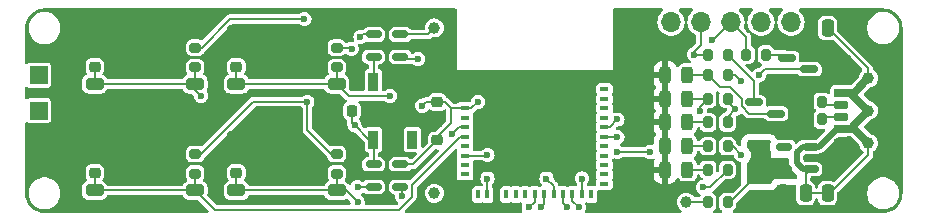
<source format=gtl>
G04 #@! TF.GenerationSoftware,KiCad,Pcbnew,8.0.4*
G04 #@! TF.CreationDate,2025-02-17T13:51:32+11:00*
G04 #@! TF.ProjectId,LSG,4c53472e-6b69-4636-9164-5f7063625858,rev?*
G04 #@! TF.SameCoordinates,Original*
G04 #@! TF.FileFunction,Copper,L1,Top*
G04 #@! TF.FilePolarity,Positive*
%FSLAX46Y46*%
G04 Gerber Fmt 4.6, Leading zero omitted, Abs format (unit mm)*
G04 Created by KiCad (PCBNEW 8.0.4) date 2025-02-17 13:51:32*
%MOMM*%
%LPD*%
G01*
G04 APERTURE LIST*
G04 Aperture macros list*
%AMRoundRect*
0 Rectangle with rounded corners*
0 $1 Rounding radius*
0 $2 $3 $4 $5 $6 $7 $8 $9 X,Y pos of 4 corners*
0 Add a 4 corners polygon primitive as box body*
4,1,4,$2,$3,$4,$5,$6,$7,$8,$9,$2,$3,0*
0 Add four circle primitives for the rounded corners*
1,1,$1+$1,$2,$3*
1,1,$1+$1,$4,$5*
1,1,$1+$1,$6,$7*
1,1,$1+$1,$8,$9*
0 Add four rect primitives between the rounded corners*
20,1,$1+$1,$2,$3,$4,$5,0*
20,1,$1+$1,$4,$5,$6,$7,0*
20,1,$1+$1,$6,$7,$8,$9,0*
20,1,$1+$1,$8,$9,$2,$3,0*%
%AMFreePoly0*
4,1,14,0.728536,0.728536,0.730000,0.725000,0.730000,-0.725000,0.728536,-0.728536,0.725000,-0.730000,-0.725000,-0.730000,-0.728536,-0.728536,-0.730000,-0.725000,-0.730000,0.125000,-0.728536,0.128536,-0.128536,0.728536,-0.125000,0.730000,0.725000,0.730000,0.728536,0.728536,0.728536,0.728536,$1*%
G04 Aperture macros list end*
G04 #@! TA.AperFunction,SMDPad,CuDef*
%ADD10RoundRect,0.200000X-0.200000X-0.275000X0.200000X-0.275000X0.200000X0.275000X-0.200000X0.275000X0*%
G04 #@! TD*
G04 #@! TA.AperFunction,SMDPad,CuDef*
%ADD11RoundRect,0.225000X-0.250000X0.225000X-0.250000X-0.225000X0.250000X-0.225000X0.250000X0.225000X0*%
G04 #@! TD*
G04 #@! TA.AperFunction,SMDPad,CuDef*
%ADD12RoundRect,0.225000X-0.225000X-0.250000X0.225000X-0.250000X0.225000X0.250000X-0.225000X0.250000X0*%
G04 #@! TD*
G04 #@! TA.AperFunction,SMDPad,CuDef*
%ADD13RoundRect,0.200000X0.200000X0.275000X-0.200000X0.275000X-0.200000X-0.275000X0.200000X-0.275000X0*%
G04 #@! TD*
G04 #@! TA.AperFunction,SMDPad,CuDef*
%ADD14RoundRect,0.243750X-0.243750X-0.456250X0.243750X-0.456250X0.243750X0.456250X-0.243750X0.456250X0*%
G04 #@! TD*
G04 #@! TA.AperFunction,ComponentPad*
%ADD15C,1.000000*%
G04 #@! TD*
G04 #@! TA.AperFunction,SMDPad,CuDef*
%ADD16RoundRect,0.250000X-0.500000X-0.250000X0.500000X-0.250000X0.500000X0.250000X-0.500000X0.250000X0*%
G04 #@! TD*
G04 #@! TA.AperFunction,SMDPad,CuDef*
%ADD17R,0.900000X1.500000*%
G04 #@! TD*
G04 #@! TA.AperFunction,SMDPad,CuDef*
%ADD18RoundRect,0.250000X0.250000X0.475000X-0.250000X0.475000X-0.250000X-0.475000X0.250000X-0.475000X0*%
G04 #@! TD*
G04 #@! TA.AperFunction,ComponentPad*
%ADD19R,1.500000X1.500000*%
G04 #@! TD*
G04 #@! TA.AperFunction,SMDPad,CuDef*
%ADD20RoundRect,0.150000X-0.512500X-0.150000X0.512500X-0.150000X0.512500X0.150000X-0.512500X0.150000X0*%
G04 #@! TD*
G04 #@! TA.AperFunction,SMDPad,CuDef*
%ADD21RoundRect,0.250000X0.475000X-0.250000X0.475000X0.250000X-0.475000X0.250000X-0.475000X-0.250000X0*%
G04 #@! TD*
G04 #@! TA.AperFunction,SMDPad,CuDef*
%ADD22RoundRect,0.150000X-0.587500X-0.150000X0.587500X-0.150000X0.587500X0.150000X-0.587500X0.150000X0*%
G04 #@! TD*
G04 #@! TA.AperFunction,SMDPad,CuDef*
%ADD23R,0.800000X0.400000*%
G04 #@! TD*
G04 #@! TA.AperFunction,SMDPad,CuDef*
%ADD24R,0.400000X0.800000*%
G04 #@! TD*
G04 #@! TA.AperFunction,SMDPad,CuDef*
%ADD25FreePoly0,0.000000*%
G04 #@! TD*
G04 #@! TA.AperFunction,SMDPad,CuDef*
%ADD26R,1.450000X1.450000*%
G04 #@! TD*
G04 #@! TA.AperFunction,SMDPad,CuDef*
%ADD27R,0.700000X0.700000*%
G04 #@! TD*
G04 #@! TA.AperFunction,SMDPad,CuDef*
%ADD28RoundRect,0.200000X-0.275000X0.200000X-0.275000X-0.200000X0.275000X-0.200000X0.275000X0.200000X0*%
G04 #@! TD*
G04 #@! TA.AperFunction,SMDPad,CuDef*
%ADD29RoundRect,0.175000X0.425000X-0.175000X0.425000X0.175000X-0.425000X0.175000X-0.425000X-0.175000X0*%
G04 #@! TD*
G04 #@! TA.AperFunction,SMDPad,CuDef*
%ADD30RoundRect,0.190000X-0.410000X0.190000X-0.410000X-0.190000X0.410000X-0.190000X0.410000X0.190000X0*%
G04 #@! TD*
G04 #@! TA.AperFunction,SMDPad,CuDef*
%ADD31RoundRect,0.200000X-0.400000X0.200000X-0.400000X-0.200000X0.400000X-0.200000X0.400000X0.200000X0*%
G04 #@! TD*
G04 #@! TA.AperFunction,SMDPad,CuDef*
%ADD32RoundRect,0.175000X-0.425000X0.175000X-0.425000X-0.175000X0.425000X-0.175000X0.425000X0.175000X0*%
G04 #@! TD*
G04 #@! TA.AperFunction,SMDPad,CuDef*
%ADD33RoundRect,0.190000X0.410000X-0.190000X0.410000X0.190000X-0.410000X0.190000X-0.410000X-0.190000X0*%
G04 #@! TD*
G04 #@! TA.AperFunction,SMDPad,CuDef*
%ADD34RoundRect,0.200000X0.400000X-0.200000X0.400000X0.200000X-0.400000X0.200000X-0.400000X-0.200000X0*%
G04 #@! TD*
G04 #@! TA.AperFunction,ComponentPad*
%ADD35O,1.700000X1.100000*%
G04 #@! TD*
G04 #@! TA.AperFunction,SMDPad,CuDef*
%ADD36RoundRect,0.150000X0.512500X0.150000X-0.512500X0.150000X-0.512500X-0.150000X0.512500X-0.150000X0*%
G04 #@! TD*
G04 #@! TA.AperFunction,ComponentPad*
%ADD37R,1.700000X1.700000*%
G04 #@! TD*
G04 #@! TA.AperFunction,ComponentPad*
%ADD38O,1.700000X1.700000*%
G04 #@! TD*
G04 #@! TA.AperFunction,SMDPad,CuDef*
%ADD39RoundRect,0.250000X-0.250000X-0.475000X0.250000X-0.475000X0.250000X0.475000X-0.250000X0.475000X0*%
G04 #@! TD*
G04 #@! TA.AperFunction,ViaPad*
%ADD40C,0.600000*%
G04 #@! TD*
G04 #@! TA.AperFunction,ViaPad*
%ADD41C,1.000000*%
G04 #@! TD*
G04 #@! TA.AperFunction,Conductor*
%ADD42C,0.200000*%
G04 #@! TD*
G04 #@! TA.AperFunction,Conductor*
%ADD43C,0.500000*%
G04 #@! TD*
G04 #@! TA.AperFunction,Conductor*
%ADD44C,0.700000*%
G04 #@! TD*
G04 APERTURE END LIST*
D10*
X20675000Y-3000000D03*
X22325000Y-3000000D03*
D11*
X-19250000Y5275000D03*
X-19250000Y3725000D03*
D12*
X-11025000Y0D03*
X-9475000Y0D03*
D13*
X30325000Y-750000D03*
X28675000Y-750000D03*
D14*
X17062500Y-5000000D03*
X18937500Y-5000000D03*
X17062500Y-3000000D03*
X18937500Y-3000000D03*
D15*
X-2500000Y7000000D03*
D16*
X-31250000Y-2250000D03*
X-22750000Y-2250000D03*
X-31250000Y-6750000D03*
X-22750000Y-6750000D03*
D17*
X-7650000Y-2450000D03*
X-4350000Y-2450000D03*
X-4350000Y2450000D03*
X-7650000Y2450000D03*
D18*
X30800000Y-7000000D03*
X32700000Y-7000000D03*
D19*
X-36000000Y-3000000D03*
D20*
X-7637500Y6450000D03*
X-7637500Y5500000D03*
X-7637500Y4550000D03*
X-5362500Y4550000D03*
X-5362500Y5500000D03*
X-5362500Y6450000D03*
D13*
X22325000Y4750000D03*
X20675000Y4750000D03*
D20*
X-7637500Y-4550000D03*
X-7637500Y-5500000D03*
X-7637500Y-6450000D03*
X-5362500Y-6450000D03*
X-5362500Y-5500000D03*
X-5362500Y-4550000D03*
D15*
X18825000Y-7750000D03*
D21*
X25000000Y-7200000D03*
X25000000Y-5300000D03*
D11*
X-2250000Y-975000D03*
X-2250000Y-2525000D03*
X-2250000Y2275000D03*
X-2250000Y725000D03*
D14*
X17062500Y1000000D03*
X18937500Y1000000D03*
D22*
X24562500Y700000D03*
X24562500Y-1200000D03*
X26437500Y-250000D03*
D11*
X-31250000Y5275000D03*
X-31250000Y3725000D03*
D23*
X100000Y1800000D03*
X100000Y1000000D03*
X100000Y200000D03*
X100000Y-600000D03*
X100000Y-1400000D03*
X100000Y-2200000D03*
X100000Y-3000000D03*
X100000Y-3800000D03*
X100000Y-4600000D03*
X100000Y-5400000D03*
X100000Y-6200000D03*
D24*
X1200000Y-7100000D03*
X2000000Y-7100000D03*
X2800000Y-7100000D03*
X3600000Y-7100000D03*
X4400000Y-7100000D03*
X5200000Y-7100000D03*
X6000000Y-7100000D03*
X6800000Y-7100000D03*
X7600000Y-7100000D03*
X8400000Y-7100000D03*
X9200000Y-7100000D03*
X10000000Y-7100000D03*
X10800000Y-7100000D03*
D23*
X11900000Y-6200000D03*
X11900000Y-5400000D03*
X11900000Y-4600000D03*
X11900000Y-3800000D03*
X11900000Y-3000000D03*
X11900000Y-2200000D03*
X11900000Y-1400000D03*
X11900000Y-600000D03*
X11900000Y200000D03*
X11900000Y1000000D03*
X11900000Y1800000D03*
D24*
X10800000Y2700000D03*
X10000000Y2700000D03*
X9200000Y2700000D03*
X8400000Y2700000D03*
X7600000Y2700000D03*
X6800000Y2700000D03*
X6000000Y2700000D03*
X5200000Y2700000D03*
X4400000Y2700000D03*
X3600000Y2700000D03*
X2800000Y2700000D03*
X2000000Y2700000D03*
X1200000Y2700000D03*
D25*
X4025000Y-225000D03*
D26*
X6000000Y-225000D03*
X7975000Y-225000D03*
X7975000Y-2200000D03*
X7975000Y-4175000D03*
X6000000Y-4175000D03*
X4025000Y-4175000D03*
X4025000Y-2200000D03*
X6000000Y-2200000D03*
D27*
X11950000Y2750000D03*
X11950000Y-7150000D03*
X50000Y-7150000D03*
X50000Y2750000D03*
D28*
X-10750000Y-3675000D03*
X-10750000Y-5325000D03*
D29*
X31920000Y-500000D03*
D30*
X31920000Y1520000D03*
D31*
X31920000Y2750000D03*
D32*
X31920000Y500000D03*
D33*
X31920000Y-1520000D03*
D34*
X31920000Y-2750000D03*
D35*
X32000000Y-4320000D03*
X35800000Y-4320000D03*
X32000000Y4320000D03*
X35800000Y4320000D03*
D28*
X-22750000Y5325000D03*
X-22750000Y3675000D03*
D16*
X-19250000Y6750000D03*
X-10750000Y6750000D03*
X-19250000Y2250000D03*
X-10750000Y2250000D03*
D14*
X17062500Y3000000D03*
X18937500Y3000000D03*
D28*
X-22750000Y-3675000D03*
X-22750000Y-5325000D03*
D10*
X20675000Y3000000D03*
X22325000Y3000000D03*
D13*
X22325000Y-7750000D03*
X20675000Y-7750000D03*
D19*
X-36000000Y3000000D03*
D36*
X29387500Y-4950000D03*
X29387500Y-4000000D03*
X29387500Y-3050000D03*
X27112500Y-3050000D03*
X27112500Y-4950000D03*
D16*
X-19250000Y-2250000D03*
X-10750000Y-2250000D03*
X-19250000Y-6750000D03*
X-10750000Y-6750000D03*
X-31250000Y6750000D03*
X-22750000Y6750000D03*
X-31250000Y2250000D03*
X-22750000Y2250000D03*
D28*
X-10750000Y5325000D03*
X-10750000Y3675000D03*
D10*
X20675000Y-5000000D03*
X22325000Y-5000000D03*
X20675000Y1000000D03*
X22325000Y1000000D03*
D22*
X27375000Y4450000D03*
X27375000Y2550000D03*
X29250000Y3500000D03*
D37*
X15000000Y7500000D03*
D38*
X17540000Y7500000D03*
X20080000Y7500000D03*
X22620000Y7500000D03*
X25160000Y7500000D03*
X27700000Y7500000D03*
D39*
X27050000Y-7000000D03*
X28950000Y-7000000D03*
D14*
X17062500Y-1000000D03*
X18937500Y-1000000D03*
D18*
X32700000Y7000000D03*
X30800000Y7000000D03*
D13*
X25575000Y4750000D03*
X23925000Y4750000D03*
D11*
X-19250000Y-3725000D03*
X-19250000Y-5275000D03*
D10*
X20675000Y-1000000D03*
X22325000Y-1000000D03*
D19*
X-36000000Y0D03*
D15*
X-2500000Y-7000000D03*
D13*
X30325000Y750000D03*
X28675000Y750000D03*
D11*
X-31250000Y-3725000D03*
X-31250000Y-5275000D03*
D40*
X-1180000Y-7630000D03*
X-16000000Y-1000000D03*
X29500000Y5500000D03*
X10000000Y-750000D03*
X29500000Y2250000D03*
X-27000000Y-4500000D03*
X10000000Y-4750000D03*
X8000000Y1250000D03*
X4000000Y-2250000D03*
X-5250000Y-500000D03*
X-33500000Y4250000D03*
X5000000Y1250000D03*
X14250000Y-7500000D03*
X5000000Y-5750000D03*
X-15000000Y-4500000D03*
X17000000Y4750000D03*
X4000000Y-5750000D03*
X-11750000Y-1000000D03*
X10000000Y250000D03*
X3000000Y1250000D03*
X10000000Y-1750000D03*
X6000000Y-2250000D03*
X4000000Y-250000D03*
X7000000Y1250000D03*
X2000000Y1250000D03*
X10000000Y-2750000D03*
X-9000000Y-3000000D03*
X6000000Y-250000D03*
X8000000Y-5750000D03*
X4000000Y-4250000D03*
X8000000Y-250000D03*
X-7250000Y-500000D03*
X3000000Y-5750000D03*
X9000000Y1250000D03*
X10000000Y1250000D03*
X8000000Y-2250000D03*
X2000000Y-750000D03*
X2000000Y-2750000D03*
X8000000Y-4250000D03*
X2000000Y-1750000D03*
X-33500000Y-4250000D03*
X9000000Y-5750000D03*
X4000000Y1250000D03*
X26750000Y-1750000D03*
X6000000Y-5750000D03*
X-27000000Y-1000000D03*
X6000000Y-4250000D03*
X6000000Y1250000D03*
X-6500000Y7500000D03*
X-15000000Y4500000D03*
X13750000Y4500000D03*
X-27000000Y4500000D03*
X27000000Y1000000D03*
X2000000Y250000D03*
X-13500000Y7750000D03*
D41*
X25000000Y-3250000D03*
D40*
X23500000Y2500000D03*
X22972947Y124419D03*
X-9500000Y5250000D03*
X-13250000Y750000D03*
X1199997Y750000D03*
X-3521772Y423242D03*
X-9000000Y-7750000D03*
X5500000Y-8200000D03*
D41*
X34250000Y-2750000D03*
X34250000Y2750000D03*
D40*
X23500000Y-3750000D03*
D41*
X34250000Y0D03*
D40*
X-8750000Y6250000D03*
X-9250000Y-1250000D03*
X-6250000Y1250000D03*
X-1000000Y-2000000D03*
X10000000Y-5750000D03*
X13000000Y-3500000D03*
X15750000Y-3500000D03*
X2000000Y-3750000D03*
X2000000Y-5750000D03*
X-22250000Y1250000D03*
X25000000Y3000000D03*
X20000000Y0D03*
X21000000Y6000000D03*
X13000000Y-750000D03*
X19500000Y4750000D03*
X13000000Y-2250000D03*
X-9000000Y-6500000D03*
X9750000Y-8200000D03*
X20250000Y-6500000D03*
X8750000Y-8200000D03*
X6500000Y-8200000D03*
X-5250000Y-7250000D03*
X7000000Y-5750000D03*
X-3875000Y4375000D03*
D42*
X-11750000Y-725000D02*
X-11025000Y0D01*
X-7637500Y5500000D02*
X-5362500Y5500000D01*
X-11750000Y-1000000D02*
X-11750000Y-1250000D01*
X-11750000Y-1000000D02*
X-11750000Y-725000D01*
X2800000Y-7100000D02*
X2800000Y-5950000D01*
X2800000Y-5950000D02*
X3000000Y-5750000D01*
X-7637500Y-5500000D02*
X-5362500Y-5500000D01*
X-11750000Y-1250000D02*
X-10750000Y-2250000D01*
X-22750000Y5325000D02*
X-22209744Y5325000D01*
X-1075000Y200000D02*
X100000Y200000D01*
X-17850000Y750000D02*
X-13250000Y750000D01*
X22550000Y-7750000D02*
X25000000Y-5300000D01*
X22325000Y1000000D02*
X22325000Y675000D01*
X-2250000Y725000D02*
X-3220014Y725000D01*
X22325000Y-7750000D02*
X22550000Y-7750000D01*
X-3220014Y725000D02*
X-3521772Y423242D01*
X22325000Y3000000D02*
X23000000Y3000000D01*
X-19784744Y7750000D02*
X-13500000Y7750000D01*
X-1075000Y200000D02*
X-1600000Y725000D01*
X22325000Y772366D02*
X22972947Y124419D01*
X-22275000Y-3675000D02*
X-17850000Y750000D01*
X-22209744Y5325000D02*
X-19784744Y7750000D01*
X22325000Y1000000D02*
X22325000Y772366D01*
X-10750000Y-3675000D02*
X-11225000Y-3675000D01*
X-4275000Y-4550000D02*
X-2250000Y-2525000D01*
X-2250000Y-2198696D02*
X-1075000Y-1023696D01*
X27112500Y-5087500D02*
X27112500Y-4950000D01*
X-1600000Y725000D02*
X-2250000Y725000D01*
X-22750000Y-3675000D02*
X-22275000Y-3675000D01*
X-2250000Y-2525000D02*
X-2250000Y-2198696D01*
X-9500000Y5250000D02*
X-9575000Y5325000D01*
X-13250000Y-1650000D02*
X-13250000Y750000D01*
X1199997Y750000D02*
X649997Y200000D01*
X-9575000Y5325000D02*
X-10750000Y5325000D01*
X-3050000Y6450000D02*
X-2500000Y7000000D01*
X-5362500Y-4550000D02*
X-4275000Y-4550000D01*
X649997Y200000D02*
X100000Y200000D01*
X-11225000Y-3675000D02*
X-13250000Y-1650000D01*
X23000000Y3000000D02*
X23500000Y2500000D01*
X-1075000Y-1023696D02*
X-1075000Y200000D01*
X-5362500Y6450000D02*
X-3050000Y6450000D01*
X22325000Y-1000000D02*
X22325000Y-523528D01*
X22325000Y-523528D02*
X22972947Y124419D01*
X-10750000Y-6750000D02*
X-10750000Y-5325000D01*
X-19250000Y-6750000D02*
X-19250000Y-5275000D01*
X-10000000Y-6750000D02*
X-10750000Y-6750000D01*
X-10750000Y-6750000D02*
X-19250000Y-6750000D01*
X-9000000Y-7750000D02*
X-10000000Y-6750000D01*
X6000000Y-7100000D02*
X6000000Y-7700000D01*
X6000000Y-7700000D02*
X5500000Y-8200000D01*
X34250000Y-3750000D02*
X34250000Y-2750000D01*
D43*
X29387500Y-4950000D02*
X28725001Y-4950000D01*
D44*
X31920000Y-1520000D02*
X33020000Y-1520000D01*
D43*
X28725001Y-3050000D02*
X29387500Y-3050000D01*
D44*
X33020000Y-1230000D02*
X34250000Y0D01*
D42*
X-7637500Y-2462500D02*
X-7650000Y-2450000D01*
X34250000Y3572082D02*
X30822082Y7000000D01*
X-9250000Y-1250000D02*
X-8050000Y-2450000D01*
D43*
X28250000Y-3525001D02*
X28725001Y-3050000D01*
X28250000Y-4474999D02*
X28250000Y-3525001D01*
D42*
X-8550000Y6450000D02*
X-7637500Y6450000D01*
X-8050000Y-2450000D02*
X-7650000Y-2450000D01*
D44*
X33020000Y-1520000D02*
X34250000Y-2750000D01*
D42*
X34250000Y2750000D02*
X34250000Y3572082D01*
D44*
X31920000Y1520000D02*
X32730000Y1520000D01*
D43*
X29387500Y-3050000D02*
X30049999Y-3050000D01*
D44*
X32730000Y1520000D02*
X34250000Y0D01*
D42*
X22750000Y-3000000D02*
X23500000Y-3750000D01*
X31000000Y-7000000D02*
X34250000Y-3750000D01*
X30800000Y-7000000D02*
X28950000Y-7000000D01*
X-8750000Y6250000D02*
X-8550000Y6450000D01*
X30822082Y7000000D02*
X30800000Y7000000D01*
D43*
X31579999Y-1520000D02*
X31920000Y-1520000D01*
D42*
X-9475000Y-1025000D02*
X-9250000Y-1250000D01*
X28950000Y-7000000D02*
X28950000Y-5387500D01*
D44*
X33020000Y-1520000D02*
X33020000Y-1230000D01*
D43*
X30049999Y-3050000D02*
X31579999Y-1520000D01*
D42*
X30800000Y-7000000D02*
X31000000Y-7000000D01*
D43*
X28725001Y-4950000D02*
X28250000Y-4474999D01*
D42*
X-9475000Y0D02*
X-9475000Y-1025000D01*
X22325000Y-3000000D02*
X22750000Y-3000000D01*
X28950000Y-5387500D02*
X29387500Y-4950000D01*
D44*
X32730000Y1520000D02*
X33020000Y1520000D01*
X33020000Y1520000D02*
X34250000Y2750000D01*
D42*
X-7637500Y-4550000D02*
X-7637500Y-2462500D01*
X-10750000Y2250000D02*
X-10750000Y3675000D01*
X-9750000Y1250000D02*
X-10750000Y2250000D01*
X-400000Y-1400000D02*
X100000Y-1400000D01*
X-19250000Y2250000D02*
X-19250000Y3725000D01*
X-1000000Y-2000000D02*
X-400000Y-1400000D01*
X-19250000Y2250000D02*
X-10750000Y2250000D01*
X-6250000Y1250000D02*
X-9750000Y1250000D01*
X-4400000Y-7300000D02*
X-5500000Y-8400000D01*
X100000Y-2200000D02*
X-300000Y-2200000D01*
X-5500000Y-8400000D02*
X-21100000Y-8400000D01*
X-4400000Y-6300000D02*
X-4400000Y-7300000D01*
X-22750000Y-6750000D02*
X-22750000Y-5325000D01*
X-22750000Y-6750000D02*
X-31250000Y-6750000D01*
X-31250000Y-6750000D02*
X-31250000Y-5275000D01*
X-300000Y-2200000D02*
X-4400000Y-6300000D01*
X-21100000Y-8400000D02*
X-22750000Y-6750000D01*
X10000000Y-7100000D02*
X10000000Y-5750000D01*
X1950000Y-3800000D02*
X2000000Y-3750000D01*
X100000Y-3800000D02*
X1950000Y-3800000D01*
X13000000Y-3500000D02*
X15750000Y-3500000D01*
X-22750000Y2250000D02*
X-31250000Y2250000D01*
X-22750000Y2250000D02*
X-22750000Y3675000D01*
X2000000Y-7100000D02*
X2000000Y-5750000D01*
X-31250000Y2250000D02*
X-31250000Y3725000D01*
X-22750000Y1750000D02*
X-22250000Y1250000D01*
X-22750000Y2250000D02*
X-22750000Y1750000D01*
X18937500Y-1000000D02*
X20675000Y-1000000D01*
X18937500Y-3000000D02*
X20675000Y-3000000D01*
X-7637500Y2462500D02*
X-7650000Y2450000D01*
X-7637500Y4550000D02*
X-7637500Y2462500D01*
X26437500Y-250000D02*
X24134448Y-250000D01*
X21675000Y2000000D02*
X20675000Y3000000D01*
X24134448Y-250000D02*
X23525000Y359448D01*
X23525000Y987648D02*
X22512648Y2000000D01*
X18937500Y3000000D02*
X20675000Y3000000D01*
X23525000Y359448D02*
X23525000Y987648D01*
X22512648Y2000000D02*
X21675000Y2000000D01*
X20000000Y325000D02*
X20675000Y1000000D01*
X20000000Y0D02*
X20000000Y325000D01*
X29250000Y3500000D02*
X25500000Y3500000D01*
X25500000Y3500000D02*
X25000000Y3000000D01*
X18937500Y1000000D02*
X20675000Y1000000D01*
X18937500Y-5000000D02*
X20675000Y-5000000D01*
X21120000Y6000000D02*
X21000000Y6000000D01*
X23925000Y6195000D02*
X22620000Y7500000D01*
X22620000Y7500000D02*
X21120000Y6000000D01*
X23925000Y4750000D02*
X23925000Y6195000D01*
X12350000Y-1400000D02*
X11900000Y-1400000D01*
X13000000Y-750000D02*
X12350000Y-1400000D01*
X19500000Y5000000D02*
X20080000Y5580000D01*
X12950000Y-2200000D02*
X13000000Y-2250000D01*
X19500000Y4750000D02*
X19500000Y5000000D01*
X20080000Y5580000D02*
X20080000Y7500000D01*
X11900000Y-2200000D02*
X12950000Y-2200000D01*
X19500000Y4750000D02*
X20675000Y4750000D01*
X-8950000Y-6450000D02*
X-9000000Y-6500000D01*
X-7637500Y-6450000D02*
X-8950000Y-6450000D01*
X22325000Y4750000D02*
X24562500Y2512500D01*
X24562500Y2512500D02*
X24562500Y700000D01*
X27075000Y4750000D02*
X27375000Y4450000D01*
X25575000Y4750000D02*
X27075000Y4750000D01*
X30575000Y500000D02*
X30325000Y750000D01*
X31920000Y500000D02*
X30575000Y500000D01*
X31920000Y-500000D02*
X30575000Y-500000D01*
X30575000Y-500000D02*
X30325000Y-750000D01*
X18825000Y-7750000D02*
X20675000Y-7750000D01*
X9200000Y-7650000D02*
X9750000Y-8200000D01*
X9200000Y-7100000D02*
X9200000Y-7650000D01*
X20250000Y-6500000D02*
X20825000Y-6500000D01*
X8400000Y-7100000D02*
X8400000Y-7850000D01*
X8400000Y-7850000D02*
X8750000Y-8200000D01*
X20825000Y-6500000D02*
X22325000Y-5000000D01*
X-5250000Y-7250000D02*
X-5250000Y-6562500D01*
X6800000Y-7900000D02*
X6500000Y-8200000D01*
X-5250000Y-6562500D02*
X-5362500Y-6450000D01*
X6800000Y-7100000D02*
X6800000Y-7900000D01*
X-5187500Y4375000D02*
X-5362500Y4550000D01*
X7600000Y-7100000D02*
X7600000Y-6350000D01*
X-3875000Y4375000D02*
X-5187500Y4375000D01*
X7600000Y-6350000D02*
X7000000Y-5750000D01*
D43*
X31680000Y-4000000D02*
X32000000Y-4320000D01*
X29387500Y-4000000D02*
X31680000Y-4000000D01*
G04 #@! TA.AperFunction,Conductor*
G36*
X-656961Y8629815D02*
G01*
X-611206Y8577011D01*
X-600000Y8525500D01*
X-600000Y3400000D01*
X12600000Y3400000D01*
X12600000Y3505815D01*
X16075000Y3505815D01*
X16075000Y3250000D01*
X16812500Y3250000D01*
X16812500Y4200000D01*
X16769197Y4200000D01*
X16769184Y4199999D01*
X16667326Y4189592D01*
X16502290Y4134905D01*
X16502285Y4134903D01*
X16354308Y4043629D01*
X16231370Y3920691D01*
X16140096Y3772714D01*
X16140094Y3772709D01*
X16085407Y3607673D01*
X16075000Y3505815D01*
X12600000Y3505815D01*
X12600000Y8525500D01*
X12619685Y8592539D01*
X12672489Y8638294D01*
X12724000Y8649500D01*
X16775224Y8649500D01*
X16842263Y8629815D01*
X16888018Y8577011D01*
X16897962Y8507853D01*
X16868937Y8444297D01*
X16847728Y8426229D01*
X16848274Y8425508D01*
X16843703Y8422056D01*
X16843699Y8422053D01*
X16843698Y8422052D01*
X16728733Y8317247D01*
X16686127Y8278406D01*
X16557632Y8108253D01*
X16462596Y7917394D01*
X16462596Y7917392D01*
X16462595Y7917389D01*
X16453096Y7884004D01*
X16404244Y7712310D01*
X16384571Y7500000D01*
X16384571Y7499999D01*
X16404244Y7287689D01*
X16462596Y7082607D01*
X16462596Y7082605D01*
X16557632Y6891746D01*
X16686127Y6721593D01*
X16843699Y6577947D01*
X17024980Y6465702D01*
X17024982Y6465701D01*
X17223799Y6388680D01*
X17223802Y6388679D01*
X17433390Y6349500D01*
X17433392Y6349500D01*
X17646608Y6349500D01*
X17646610Y6349500D01*
X17856198Y6388679D01*
X17960850Y6429221D01*
X18055017Y6465701D01*
X18055019Y6465702D01*
X18135413Y6515480D01*
X18236302Y6577948D01*
X18393872Y6721593D01*
X18448522Y6793961D01*
X18522367Y6891746D01*
X18617403Y7082605D01*
X18617403Y7082607D01*
X18617405Y7082611D01*
X18675756Y7287690D01*
X18686529Y7403951D01*
X18712315Y7468888D01*
X18756869Y7500804D01*
X18720497Y7521668D01*
X18688307Y7583681D01*
X18686529Y7596048D01*
X18685555Y7606561D01*
X18675756Y7712310D01*
X18617405Y7917389D01*
X18596506Y7959360D01*
X18522367Y8108253D01*
X18522366Y8108253D01*
X18522366Y8108255D01*
X18393872Y8278407D01*
X18236302Y8422052D01*
X18236296Y8422056D01*
X18231726Y8425508D01*
X18233052Y8427264D01*
X18192862Y8472102D01*
X18181759Y8541084D01*
X18209713Y8605118D01*
X18267849Y8643874D01*
X18304776Y8649500D01*
X19315224Y8649500D01*
X19382263Y8629815D01*
X19428018Y8577011D01*
X19437962Y8507853D01*
X19408937Y8444297D01*
X19387728Y8426229D01*
X19388274Y8425508D01*
X19383703Y8422056D01*
X19383699Y8422053D01*
X19383698Y8422052D01*
X19268733Y8317247D01*
X19226127Y8278406D01*
X19097632Y8108253D01*
X19002596Y7917394D01*
X19002596Y7917392D01*
X19002595Y7917389D01*
X18993096Y7884004D01*
X18944244Y7712310D01*
X18933471Y7596048D01*
X18907685Y7531111D01*
X18863130Y7499194D01*
X18899503Y7478331D01*
X18931693Y7416318D01*
X18933471Y7403951D01*
X18944244Y7287689D01*
X19002596Y7082607D01*
X19002596Y7082605D01*
X19097632Y6891746D01*
X19226127Y6721593D01*
X19383699Y6577947D01*
X19564979Y6465702D01*
X19564987Y6465698D01*
X19600295Y6452020D01*
X19655696Y6409446D01*
X19679286Y6343679D01*
X19679500Y6336394D01*
X19679500Y5797255D01*
X19659815Y5730216D01*
X19643181Y5709574D01*
X19233351Y5299744D01*
X19203504Y5279804D01*
X19204199Y5278601D01*
X19197163Y5274539D01*
X19197159Y5274536D01*
X19071718Y5178282D01*
X18975464Y5052841D01*
X18975463Y5052839D01*
X18914956Y4906762D01*
X18914955Y4906760D01*
X18894318Y4750001D01*
X18894318Y4749998D01*
X18914955Y4593239D01*
X18914956Y4593237D01*
X18975463Y4447160D01*
X19035369Y4369089D01*
X19071718Y4321718D01*
X19115407Y4288194D01*
X19200532Y4222876D01*
X19241734Y4166448D01*
X19245889Y4096702D01*
X19211676Y4035781D01*
X19149959Y4003029D01*
X19125045Y4000500D01*
X18651140Y4000500D01*
X18563679Y3989997D01*
X18504174Y3966531D01*
X18424502Y3935112D01*
X18424500Y3935111D01*
X18305288Y3844711D01*
X18209764Y3718742D01*
X18207516Y3720446D01*
X18167527Y3681447D01*
X18099073Y3667453D01*
X18033920Y3692688D01*
X17992753Y3749142D01*
X17991762Y3752015D01*
X17984904Y3772710D01*
X17984903Y3772714D01*
X17893629Y3920691D01*
X17770691Y4043629D01*
X17622714Y4134903D01*
X17622709Y4134905D01*
X17457673Y4189592D01*
X17355815Y4199999D01*
X17355803Y4200000D01*
X17312500Y4200000D01*
X17312500Y-6200000D01*
X17355803Y-6200000D01*
X17355815Y-6199999D01*
X17457673Y-6189592D01*
X17622709Y-6134905D01*
X17622714Y-6134903D01*
X17770691Y-6043629D01*
X17893629Y-5920691D01*
X17984903Y-5772714D01*
X17984904Y-5772710D01*
X17991762Y-5752015D01*
X18031533Y-5694569D01*
X18096048Y-5667744D01*
X18164824Y-5680057D01*
X18207959Y-5720110D01*
X18209764Y-5718742D01*
X18305288Y-5844711D01*
X18424500Y-5935111D01*
X18424502Y-5935112D01*
X18475279Y-5955136D01*
X18563679Y-5989997D01*
X18651140Y-6000500D01*
X18651146Y-6000500D01*
X19223854Y-6000500D01*
X19223860Y-6000500D01*
X19311321Y-5989997D01*
X19450500Y-5935111D01*
X19569711Y-5844711D01*
X19660111Y-5725500D01*
X19714997Y-5586321D01*
X19724196Y-5509714D01*
X19751734Y-5445501D01*
X19809616Y-5406369D01*
X19847312Y-5400500D01*
X19901533Y-5400500D01*
X19968572Y-5420185D01*
X20014327Y-5472989D01*
X20017715Y-5481166D01*
X20031203Y-5517330D01*
X20031206Y-5517335D01*
X20088027Y-5593237D01*
X20117454Y-5632546D01*
X20190921Y-5687543D01*
X20232791Y-5743476D01*
X20237775Y-5813168D01*
X20204290Y-5874491D01*
X20142966Y-5907975D01*
X20132796Y-5909748D01*
X20093238Y-5914956D01*
X20093237Y-5914956D01*
X19947160Y-5975463D01*
X19821718Y-6071718D01*
X19725463Y-6197160D01*
X19664956Y-6343237D01*
X19664955Y-6343239D01*
X19644318Y-6499998D01*
X19644318Y-6500001D01*
X19664955Y-6656760D01*
X19664956Y-6656762D01*
X19720898Y-6791819D01*
X19725464Y-6802841D01*
X19821718Y-6928282D01*
X19947159Y-7024536D01*
X19947160Y-7024536D01*
X19947161Y-7024537D01*
X19982766Y-7039285D01*
X20037170Y-7083126D01*
X20059235Y-7149420D01*
X20041956Y-7217119D01*
X20034584Y-7228153D01*
X20031205Y-7232666D01*
X20031203Y-7232669D01*
X20017715Y-7268834D01*
X19975843Y-7324767D01*
X19910379Y-7349184D01*
X19901533Y-7349500D01*
X19587290Y-7349500D01*
X19520251Y-7329815D01*
X19482297Y-7291473D01*
X19454817Y-7247739D01*
X19327262Y-7120184D01*
X19174523Y-7024211D01*
X19004254Y-6964631D01*
X19004249Y-6964630D01*
X18825004Y-6944435D01*
X18824996Y-6944435D01*
X18645750Y-6964630D01*
X18645745Y-6964631D01*
X18475476Y-7024211D01*
X18322737Y-7120184D01*
X18195184Y-7247737D01*
X18099211Y-7400476D01*
X18039631Y-7570745D01*
X18039630Y-7570750D01*
X18019435Y-7749996D01*
X18019435Y-7750003D01*
X18039630Y-7929249D01*
X18039631Y-7929254D01*
X18099211Y-8099523D01*
X18181928Y-8231166D01*
X18195184Y-8252262D01*
X18322738Y-8379816D01*
X18327083Y-8382546D01*
X18387496Y-8420506D01*
X18433787Y-8472841D01*
X18444435Y-8541894D01*
X18416060Y-8605743D01*
X18357670Y-8644115D01*
X18321524Y-8649500D01*
X10399367Y-8649500D01*
X10332328Y-8629815D01*
X10286573Y-8577011D01*
X10276629Y-8507853D01*
X10284806Y-8478047D01*
X10295493Y-8452247D01*
X10335044Y-8356762D01*
X10351579Y-8231166D01*
X10355682Y-8200001D01*
X10355682Y-8199998D01*
X10338946Y-8072876D01*
X10335044Y-8043238D01*
X10285333Y-7923227D01*
X10277865Y-7853758D01*
X10309140Y-7791279D01*
X10349731Y-7762376D01*
X10349844Y-7762326D01*
X10419113Y-7753211D01*
X10450081Y-7762293D01*
X10530009Y-7797585D01*
X10555135Y-7800500D01*
X11044864Y-7800499D01*
X11044879Y-7800497D01*
X11044882Y-7800497D01*
X11069987Y-7797586D01*
X11069988Y-7797585D01*
X11069991Y-7797585D01*
X11172765Y-7752206D01*
X11252206Y-7672765D01*
X11297585Y-7569991D01*
X11300500Y-7544865D01*
X11300499Y-6821776D01*
X11320183Y-6754738D01*
X11372987Y-6708983D01*
X11438793Y-6698604D01*
X11455135Y-6700500D01*
X12344864Y-6700499D01*
X12344879Y-6700497D01*
X12344882Y-6700497D01*
X12369987Y-6697586D01*
X12369988Y-6697585D01*
X12369991Y-6697585D01*
X12472765Y-6652206D01*
X12552206Y-6572765D01*
X12597585Y-6469991D01*
X12600500Y-6444865D01*
X12600499Y-5955136D01*
X12600497Y-5955117D01*
X12597586Y-5930012D01*
X12597585Y-5930011D01*
X12597585Y-5930009D01*
X12562294Y-5850083D01*
X12553223Y-5780809D01*
X12562291Y-5749922D01*
X12597585Y-5669991D01*
X12600500Y-5644865D01*
X12600500Y-5505815D01*
X16075000Y-5505815D01*
X16085407Y-5607673D01*
X16140094Y-5772709D01*
X16140096Y-5772714D01*
X16231370Y-5920691D01*
X16354308Y-6043629D01*
X16502285Y-6134903D01*
X16502290Y-6134905D01*
X16667326Y-6189592D01*
X16769184Y-6199999D01*
X16769197Y-6200000D01*
X16812500Y-6200000D01*
X16812500Y-5250000D01*
X16075000Y-5250000D01*
X16075000Y-5505815D01*
X12600500Y-5505815D01*
X12600499Y-5155136D01*
X12600497Y-5155117D01*
X12597586Y-5130012D01*
X12597585Y-5130011D01*
X12597585Y-5130009D01*
X12562294Y-5050083D01*
X12553223Y-4980809D01*
X12562291Y-4949922D01*
X12597585Y-4869991D01*
X12600500Y-4844865D01*
X12600499Y-4355136D01*
X12600474Y-4354919D01*
X12597586Y-4330012D01*
X12597585Y-4330011D01*
X12597585Y-4330009D01*
X12562294Y-4250083D01*
X12553223Y-4180809D01*
X12562293Y-4149918D01*
X12581006Y-4107538D01*
X12626091Y-4054163D01*
X12692877Y-4033636D01*
X12741891Y-4043064D01*
X12843238Y-4085044D01*
X12867393Y-4088224D01*
X12999999Y-4105682D01*
X13000000Y-4105682D01*
X13000001Y-4105682D01*
X13056490Y-4098245D01*
X13156762Y-4085044D01*
X13302841Y-4024536D01*
X13428282Y-3928282D01*
X13428283Y-3928279D01*
X13431093Y-3926124D01*
X13496263Y-3900930D01*
X13506580Y-3900500D01*
X15243420Y-3900500D01*
X15310459Y-3920185D01*
X15318907Y-3926124D01*
X15321716Y-3928279D01*
X15321718Y-3928282D01*
X15447159Y-4024536D01*
X15593238Y-4085044D01*
X15617393Y-4088224D01*
X15749999Y-4105682D01*
X15750000Y-4105682D01*
X15750001Y-4105682D01*
X15806490Y-4098245D01*
X15906762Y-4085044D01*
X15983679Y-4053183D01*
X16053146Y-4045715D01*
X16115625Y-4076990D01*
X16151278Y-4137078D01*
X16148785Y-4206904D01*
X16142476Y-4220426D01*
X16143149Y-4220740D01*
X16140094Y-4227290D01*
X16085407Y-4392326D01*
X16075000Y-4494184D01*
X16075000Y-4750000D01*
X16812500Y-4750000D01*
X16812500Y-1250000D01*
X16075000Y-1250000D01*
X16075000Y-1505815D01*
X16085407Y-1607673D01*
X16140094Y-1772709D01*
X16140096Y-1772714D01*
X16231371Y-1920692D01*
X16233266Y-1923089D01*
X16234054Y-1925042D01*
X16235161Y-1926837D01*
X16234854Y-1927026D01*
X16259407Y-1987884D01*
X16246366Y-2056526D01*
X16233266Y-2076911D01*
X16231371Y-2079307D01*
X16140096Y-2227285D01*
X16140094Y-2227290D01*
X16085407Y-2392326D01*
X16075000Y-2494184D01*
X16075000Y-2799063D01*
X16055315Y-2866102D01*
X16002511Y-2911857D01*
X15933353Y-2921801D01*
X15914712Y-2916688D01*
X15914613Y-2917060D01*
X15906760Y-2914955D01*
X15750001Y-2894318D01*
X15749999Y-2894318D01*
X15593239Y-2914955D01*
X15593237Y-2914956D01*
X15447160Y-2975463D01*
X15435538Y-2984381D01*
X15321718Y-3071718D01*
X15321716Y-3071720D01*
X15318907Y-3073876D01*
X15253737Y-3099070D01*
X15243420Y-3099500D01*
X13506580Y-3099500D01*
X13439541Y-3079815D01*
X13431094Y-3073876D01*
X13395049Y-3046218D01*
X13302841Y-2975464D01*
X13300120Y-2973376D01*
X13258917Y-2916948D01*
X13254762Y-2847202D01*
X13288974Y-2786282D01*
X13300120Y-2776624D01*
X13326796Y-2756155D01*
X13428282Y-2678282D01*
X13524536Y-2552841D01*
X13585044Y-2406762D01*
X13605682Y-2250000D01*
X13604557Y-2241457D01*
X13585044Y-2093239D01*
X13585044Y-2093238D01*
X13524536Y-1947159D01*
X13428282Y-1821718D01*
X13302841Y-1725464D01*
X13289915Y-1720110D01*
X13156762Y-1664956D01*
X13156760Y-1664955D01*
X13000001Y-1644318D01*
X13000000Y-1644318D01*
X12995716Y-1644882D01*
X12984519Y-1646356D01*
X12915484Y-1635588D01*
X12863230Y-1589207D01*
X12844346Y-1521937D01*
X12864828Y-1455137D01*
X12880650Y-1435741D01*
X12924991Y-1391400D01*
X12986312Y-1357917D01*
X12996485Y-1356144D01*
X12999997Y-1355681D01*
X13000000Y-1355682D01*
X13156762Y-1335044D01*
X13302841Y-1274536D01*
X13428282Y-1178282D01*
X13524536Y-1052841D01*
X13585044Y-906762D01*
X13605682Y-750000D01*
X13602494Y-725788D01*
X13586527Y-604500D01*
X13585044Y-593238D01*
X13524536Y-447159D01*
X13428282Y-321718D01*
X13302841Y-225464D01*
X13300516Y-224501D01*
X13156762Y-164956D01*
X13156760Y-164955D01*
X13000001Y-144318D01*
X12999999Y-144318D01*
X12843239Y-164955D01*
X12843234Y-164957D01*
X12768553Y-195891D01*
X12699084Y-203360D01*
X12636605Y-172085D01*
X12600953Y-111995D01*
X12597927Y-67040D01*
X12600500Y-44865D01*
X12600499Y444864D01*
X12597585Y469991D01*
X12586903Y494184D01*
X16075000Y494184D01*
X16085407Y392326D01*
X16140094Y227290D01*
X16140096Y227285D01*
X16231371Y79307D01*
X16233266Y76911D01*
X16234054Y74957D01*
X16235161Y73163D01*
X16234854Y72973D01*
X16259407Y12116D01*
X16246366Y-56526D01*
X16233266Y-76911D01*
X16231371Y-79307D01*
X16140096Y-227285D01*
X16140094Y-227290D01*
X16085407Y-392326D01*
X16075000Y-494184D01*
X16075000Y-750000D01*
X16812500Y-750000D01*
X16812500Y750000D01*
X16075000Y750000D01*
X16075000Y494184D01*
X12586903Y494184D01*
X12562294Y549916D01*
X12553224Y619192D01*
X12562296Y650087D01*
X12597584Y730006D01*
X12597585Y730009D01*
X12600500Y755135D01*
X12600499Y1244864D01*
X12600497Y1244882D01*
X12597586Y1269986D01*
X12597585Y1269987D01*
X12597585Y1269991D01*
X12562294Y1349916D01*
X12553224Y1419192D01*
X12562296Y1450087D01*
X12597584Y1530006D01*
X12597585Y1530009D01*
X12600500Y1555135D01*
X12600499Y2044864D01*
X12600146Y2047905D01*
X12597586Y2069987D01*
X12597585Y2069988D01*
X12597585Y2069991D01*
X12552206Y2172765D01*
X12472765Y2252206D01*
X12369991Y2297585D01*
X12344865Y2300500D01*
X11455136Y2300499D01*
X11455122Y2300497D01*
X11455117Y2300497D01*
X11430012Y2297586D01*
X11430010Y2297585D01*
X11430009Y2297585D01*
X11327235Y2252206D01*
X11247794Y2172765D01*
X11202415Y2069993D01*
X11202415Y2069991D01*
X11199500Y2044868D01*
X11199500Y1555143D01*
X11199502Y1555117D01*
X11202413Y1530013D01*
X11202415Y1530009D01*
X11237705Y1450083D01*
X11246776Y1380808D01*
X11237704Y1349913D01*
X11202415Y1269993D01*
X11202415Y1269991D01*
X11199500Y1244868D01*
X11199500Y755143D01*
X11199502Y755117D01*
X11202413Y730013D01*
X11202415Y730009D01*
X11237705Y650083D01*
X11246776Y580808D01*
X11237704Y549913D01*
X11202415Y469993D01*
X11202415Y469991D01*
X11199500Y444868D01*
X11199500Y-44856D01*
X11199502Y-44882D01*
X11202413Y-69987D01*
X11202414Y-69988D01*
X11202414Y-69990D01*
X11202415Y-69991D01*
X11237704Y-149913D01*
X11246776Y-219191D01*
X11237705Y-250083D01*
X11212442Y-307299D01*
X11202415Y-330009D01*
X11199500Y-355131D01*
X11199500Y-844856D01*
X11199502Y-844882D01*
X11202413Y-869987D01*
X11202414Y-869988D01*
X11202414Y-869990D01*
X11202415Y-869991D01*
X11237704Y-949913D01*
X11246776Y-1019191D01*
X11237705Y-1050083D01*
X11225501Y-1077724D01*
X11202415Y-1130009D01*
X11199500Y-1155131D01*
X11199500Y-1644856D01*
X11199502Y-1644882D01*
X11202413Y-1669987D01*
X11202414Y-1669988D01*
X11202414Y-1669990D01*
X11202415Y-1669991D01*
X11237704Y-1749913D01*
X11246776Y-1819191D01*
X11237705Y-1850083D01*
X11222549Y-1884410D01*
X11202415Y-1930009D01*
X11199500Y-1955131D01*
X11199500Y-2444856D01*
X11199502Y-2444882D01*
X11202413Y-2469987D01*
X11202414Y-2469988D01*
X11202414Y-2469990D01*
X11202415Y-2469991D01*
X11237704Y-2549913D01*
X11246776Y-2619191D01*
X11237705Y-2650083D01*
X11223362Y-2682568D01*
X11202415Y-2730009D01*
X11199500Y-2755131D01*
X11199500Y-3244856D01*
X11199502Y-3244882D01*
X11202413Y-3269987D01*
X11202414Y-3269988D01*
X11202414Y-3269990D01*
X11202415Y-3269991D01*
X11237704Y-3349913D01*
X11246776Y-3419191D01*
X11237705Y-3450083D01*
X11215443Y-3500504D01*
X11202415Y-3530009D01*
X11199500Y-3555131D01*
X11199500Y-4044856D01*
X11199502Y-4044882D01*
X11202413Y-4069987D01*
X11202414Y-4069988D01*
X11202414Y-4069990D01*
X11202415Y-4069991D01*
X11237704Y-4149913D01*
X11246776Y-4219191D01*
X11237705Y-4250083D01*
X11223964Y-4281206D01*
X11202415Y-4330009D01*
X11199500Y-4355131D01*
X11199500Y-4844856D01*
X11199502Y-4844882D01*
X11202413Y-4869987D01*
X11202414Y-4869988D01*
X11202414Y-4869990D01*
X11202415Y-4869991D01*
X11237704Y-4949913D01*
X11246776Y-5019191D01*
X11237705Y-5050083D01*
X11214432Y-5102793D01*
X11202415Y-5130009D01*
X11199500Y-5155131D01*
X11199500Y-5644856D01*
X11199502Y-5644882D01*
X11202413Y-5669987D01*
X11202414Y-5669988D01*
X11202414Y-5669990D01*
X11202415Y-5669991D01*
X11237704Y-5749913D01*
X11246776Y-5819191D01*
X11237705Y-5850083D01*
X11212680Y-5906760D01*
X11202415Y-5930009D01*
X11199500Y-5955131D01*
X11199500Y-6278222D01*
X11179815Y-6345261D01*
X11127011Y-6391016D01*
X11061210Y-6401396D01*
X11044867Y-6399500D01*
X10555143Y-6399500D01*
X10555124Y-6399502D01*
X10538780Y-6401397D01*
X10469920Y-6389564D01*
X10418388Y-6342380D01*
X10400500Y-6278222D01*
X10400500Y-6256580D01*
X10420185Y-6189541D01*
X10426124Y-6181093D01*
X10428279Y-6178283D01*
X10428282Y-6178282D01*
X10524536Y-6052841D01*
X10585044Y-5906762D01*
X10603400Y-5767331D01*
X10605682Y-5750001D01*
X10605682Y-5749998D01*
X10585044Y-5593239D01*
X10585044Y-5593238D01*
X10524536Y-5447159D01*
X10428282Y-5321718D01*
X10302841Y-5225464D01*
X10156762Y-5164956D01*
X10156760Y-5164955D01*
X10000001Y-5144318D01*
X9999999Y-5144318D01*
X9843239Y-5164955D01*
X9843237Y-5164956D01*
X9697160Y-5225463D01*
X9571718Y-5321718D01*
X9475463Y-5447160D01*
X9414956Y-5593237D01*
X9414955Y-5593239D01*
X9394318Y-5749998D01*
X9394318Y-5750001D01*
X9414955Y-5906760D01*
X9414956Y-5906762D01*
X9460053Y-6015637D01*
X9475464Y-6052841D01*
X9571718Y-6178282D01*
X9571720Y-6178283D01*
X9573876Y-6181093D01*
X9599070Y-6246263D01*
X9599500Y-6256580D01*
X9599500Y-6278222D01*
X9579815Y-6345261D01*
X9527011Y-6391016D01*
X9461210Y-6401396D01*
X9444867Y-6399500D01*
X8955143Y-6399500D01*
X8955117Y-6399502D01*
X8930013Y-6402413D01*
X8909286Y-6411564D01*
X8850083Y-6437705D01*
X8780808Y-6446776D01*
X8749913Y-6437704D01*
X8669992Y-6402415D01*
X8644865Y-6399500D01*
X8155143Y-6399500D01*
X8155122Y-6399502D01*
X8137362Y-6401561D01*
X8068501Y-6389727D01*
X8016970Y-6342543D01*
X8003738Y-6304818D01*
X8002603Y-6305123D01*
X7999136Y-6292185D01*
X7989307Y-6255500D01*
X7986832Y-6246263D01*
X7973208Y-6195413D01*
X7957543Y-6168281D01*
X7920480Y-6104087D01*
X7641402Y-5825009D01*
X7607917Y-5763686D01*
X7606144Y-5753513D01*
X7605681Y-5749998D01*
X7585044Y-5593238D01*
X7524536Y-5447159D01*
X7428282Y-5321718D01*
X7302841Y-5225464D01*
X7156762Y-5164956D01*
X7156760Y-5164955D01*
X7000001Y-5144318D01*
X6999999Y-5144318D01*
X6843239Y-5164955D01*
X6843237Y-5164956D01*
X6697160Y-5225463D01*
X6571718Y-5321718D01*
X6475463Y-5447160D01*
X6414956Y-5593237D01*
X6414955Y-5593239D01*
X6394318Y-5749998D01*
X6394318Y-5750001D01*
X6414955Y-5906760D01*
X6414956Y-5906762D01*
X6460053Y-6015637D01*
X6475464Y-6052841D01*
X6571718Y-6178282D01*
X6577913Y-6183035D01*
X6619116Y-6239461D01*
X6623271Y-6309207D01*
X6589060Y-6370128D01*
X6534988Y-6401060D01*
X6530013Y-6402413D01*
X6509286Y-6411564D01*
X6450083Y-6437705D01*
X6380808Y-6446776D01*
X6349913Y-6437704D01*
X6269992Y-6402415D01*
X6244865Y-6399500D01*
X5755143Y-6399500D01*
X5755117Y-6399502D01*
X5730013Y-6402413D01*
X5709286Y-6411564D01*
X5650083Y-6437705D01*
X5580808Y-6446776D01*
X5549913Y-6437704D01*
X5469992Y-6402415D01*
X5444865Y-6399500D01*
X4955143Y-6399500D01*
X4955117Y-6399502D01*
X4930013Y-6402413D01*
X4909286Y-6411564D01*
X4850083Y-6437705D01*
X4780808Y-6446776D01*
X4749913Y-6437704D01*
X4669992Y-6402415D01*
X4644865Y-6399500D01*
X4155143Y-6399500D01*
X4155117Y-6399502D01*
X4130013Y-6402413D01*
X4109286Y-6411564D01*
X4050083Y-6437705D01*
X3980808Y-6446776D01*
X3949913Y-6437704D01*
X3869992Y-6402415D01*
X3844865Y-6399500D01*
X3355143Y-6399500D01*
X3355117Y-6399502D01*
X3330012Y-6402413D01*
X3330008Y-6402415D01*
X3227235Y-6447793D01*
X3147794Y-6527234D01*
X3102415Y-6630006D01*
X3102415Y-6630008D01*
X3099500Y-6655131D01*
X3099500Y-7544856D01*
X3099502Y-7544882D01*
X3102413Y-7569987D01*
X3102415Y-7569991D01*
X3147793Y-7672764D01*
X3147794Y-7672765D01*
X3227235Y-7752206D01*
X3330009Y-7797585D01*
X3355135Y-7800500D01*
X3844864Y-7800499D01*
X3844879Y-7800497D01*
X3844882Y-7800497D01*
X3869986Y-7797586D01*
X3869987Y-7797585D01*
X3869991Y-7797585D01*
X3949917Y-7762294D01*
X4019190Y-7753223D01*
X4050081Y-7762293D01*
X4130009Y-7797585D01*
X4155135Y-7800500D01*
X4644864Y-7800499D01*
X4644879Y-7800497D01*
X4644882Y-7800497D01*
X4669986Y-7797586D01*
X4669987Y-7797585D01*
X4669991Y-7797585D01*
X4749917Y-7762294D01*
X4819190Y-7753223D01*
X4850083Y-7762294D01*
X4877808Y-7774536D01*
X4892459Y-7781005D01*
X4945836Y-7826091D01*
X4966363Y-7892877D01*
X4956935Y-7941891D01*
X4914955Y-8043240D01*
X4894318Y-8199998D01*
X4894318Y-8200001D01*
X4914955Y-8356760D01*
X4914956Y-8356762D01*
X4965194Y-8478047D01*
X4972663Y-8547517D01*
X4941388Y-8609996D01*
X4881299Y-8645648D01*
X4850633Y-8649500D01*
X-4883745Y-8649500D01*
X-4950784Y-8629815D01*
X-4996539Y-8577011D01*
X-5006483Y-8507853D01*
X-4977458Y-8444297D01*
X-4971426Y-8437819D01*
X-4079522Y-7545915D01*
X-4079520Y-7545913D01*
X-4051862Y-7498009D01*
X-4026793Y-7454589D01*
X-3999500Y-7352726D01*
X-3999500Y-6999996D01*
X-3305565Y-6999996D01*
X-3305565Y-7000003D01*
X-3285369Y-7179249D01*
X-3285368Y-7179255D01*
X-3225789Y-7349522D01*
X-3129816Y-7502262D01*
X-3002262Y-7629816D01*
X-2849522Y-7725789D01*
X-2679255Y-7785368D01*
X-2679252Y-7785368D01*
X-2679249Y-7785369D01*
X-2500004Y-7805565D01*
X-2500000Y-7805565D01*
X-2499996Y-7805565D01*
X-2320750Y-7785369D01*
X-2320745Y-7785368D01*
X-2228846Y-7753211D01*
X-2150478Y-7725789D01*
X-2133754Y-7715281D01*
X-2066089Y-7672764D01*
X-1997738Y-7629816D01*
X-1870184Y-7502262D01*
X-1851812Y-7473023D01*
X-1774211Y-7349523D01*
X-1714631Y-7179254D01*
X-1714630Y-7179249D01*
X-1694435Y-7000003D01*
X-1694435Y-6999996D01*
X-1714630Y-6820750D01*
X-1714631Y-6820745D01*
X-1772582Y-6655131D01*
X699500Y-6655131D01*
X699500Y-7544856D01*
X699502Y-7544882D01*
X702413Y-7569987D01*
X702415Y-7569991D01*
X747793Y-7672764D01*
X747794Y-7672765D01*
X827235Y-7752206D01*
X930009Y-7797585D01*
X955135Y-7800500D01*
X1444864Y-7800499D01*
X1444879Y-7800497D01*
X1444882Y-7800497D01*
X1469986Y-7797586D01*
X1469987Y-7797585D01*
X1469991Y-7797585D01*
X1549917Y-7762294D01*
X1619190Y-7753223D01*
X1650081Y-7762293D01*
X1730009Y-7797585D01*
X1755135Y-7800500D01*
X2244864Y-7800499D01*
X2244879Y-7800497D01*
X2244882Y-7800497D01*
X2269987Y-7797586D01*
X2269988Y-7797585D01*
X2269991Y-7797585D01*
X2372765Y-7752206D01*
X2452206Y-7672765D01*
X2497585Y-7569991D01*
X2500500Y-7544865D01*
X2500499Y-6655136D01*
X2500497Y-6655117D01*
X2497586Y-6630012D01*
X2497585Y-6630010D01*
X2497585Y-6630009D01*
X2452206Y-6527235D01*
X2436819Y-6511848D01*
X2403334Y-6450525D01*
X2400500Y-6424167D01*
X2400500Y-6256580D01*
X2420185Y-6189541D01*
X2426124Y-6181093D01*
X2428279Y-6178283D01*
X2428282Y-6178282D01*
X2524536Y-6052841D01*
X2585044Y-5906762D01*
X2603400Y-5767331D01*
X2605682Y-5750001D01*
X2605682Y-5749998D01*
X2585044Y-5593239D01*
X2585044Y-5593238D01*
X2524536Y-5447159D01*
X2428282Y-5321718D01*
X2302841Y-5225464D01*
X2156762Y-5164956D01*
X2156760Y-5164955D01*
X2000001Y-5144318D01*
X1999999Y-5144318D01*
X1843239Y-5164955D01*
X1843237Y-5164956D01*
X1697160Y-5225463D01*
X1571718Y-5321718D01*
X1475463Y-5447160D01*
X1414956Y-5593237D01*
X1414955Y-5593239D01*
X1394318Y-5749998D01*
X1394318Y-5750001D01*
X1414955Y-5906760D01*
X1414956Y-5906762D01*
X1460053Y-6015637D01*
X1475464Y-6052841D01*
X1571718Y-6178282D01*
X1571720Y-6178283D01*
X1573876Y-6181093D01*
X1599070Y-6246263D01*
X1599500Y-6256580D01*
X1599500Y-6278222D01*
X1579815Y-6345261D01*
X1527011Y-6391016D01*
X1461210Y-6401396D01*
X1444867Y-6399500D01*
X955143Y-6399500D01*
X955117Y-6399502D01*
X930012Y-6402413D01*
X930008Y-6402415D01*
X827235Y-6447793D01*
X747794Y-6527234D01*
X702415Y-6630006D01*
X702415Y-6630008D01*
X699500Y-6655131D01*
X-1772582Y-6655131D01*
X-1774211Y-6650476D01*
X-1870184Y-6497737D01*
X-1997737Y-6370184D01*
X-2150476Y-6274211D01*
X-2320745Y-6214631D01*
X-2320750Y-6214630D01*
X-2499996Y-6194435D01*
X-2500004Y-6194435D01*
X-2679249Y-6214630D01*
X-2679254Y-6214631D01*
X-2849523Y-6274211D01*
X-2969344Y-6349500D01*
X-3002262Y-6370184D01*
X-3129816Y-6497738D01*
X-3148350Y-6527235D01*
X-3212929Y-6630012D01*
X-3225789Y-6650478D01*
X-3258075Y-6742747D01*
X-3285368Y-6820745D01*
X-3285369Y-6820750D01*
X-3305565Y-6999996D01*
X-3999500Y-6999996D01*
X-3999500Y-6517254D01*
X-3979815Y-6450215D01*
X-3963181Y-6429573D01*
X-788685Y-3255077D01*
X-727362Y-3221592D01*
X-657670Y-3226576D01*
X-601737Y-3268448D01*
X-587573Y-3292665D01*
X-562294Y-3349916D01*
X-553223Y-3419190D01*
X-562293Y-3450081D01*
X-597585Y-3530009D01*
X-600500Y-3555135D01*
X-600499Y-4044864D01*
X-600497Y-4044879D01*
X-600497Y-4044882D01*
X-597586Y-4069986D01*
X-597585Y-4069987D01*
X-597585Y-4069991D01*
X-562294Y-4149917D01*
X-553223Y-4219190D01*
X-562293Y-4250081D01*
X-597585Y-4330009D01*
X-600500Y-4355135D01*
X-600499Y-4844864D01*
X-600497Y-4844879D01*
X-600497Y-4844882D01*
X-597586Y-4869986D01*
X-597585Y-4869987D01*
X-597585Y-4869991D01*
X-562294Y-4949917D01*
X-553223Y-5019190D01*
X-562293Y-5050081D01*
X-597585Y-5130009D01*
X-600500Y-5155135D01*
X-600499Y-5644864D01*
X-600497Y-5644879D01*
X-600497Y-5644882D01*
X-597586Y-5669987D01*
X-597585Y-5669988D01*
X-597585Y-5669991D01*
X-552206Y-5772765D01*
X-472765Y-5852206D01*
X-369991Y-5897585D01*
X-344865Y-5900500D01*
X544864Y-5900499D01*
X544879Y-5900497D01*
X544882Y-5900497D01*
X569987Y-5897586D01*
X569988Y-5897585D01*
X569991Y-5897585D01*
X672765Y-5852206D01*
X752206Y-5772765D01*
X797585Y-5669991D01*
X800500Y-5644865D01*
X800499Y-5155136D01*
X800497Y-5155117D01*
X797586Y-5130012D01*
X797585Y-5130011D01*
X797585Y-5130009D01*
X762294Y-5050083D01*
X753223Y-4980809D01*
X762291Y-4949922D01*
X797585Y-4869991D01*
X800500Y-4844865D01*
X800499Y-4355136D01*
X798603Y-4338786D01*
X810433Y-4269925D01*
X857613Y-4218391D01*
X921777Y-4200500D01*
X1558581Y-4200500D01*
X1625620Y-4220185D01*
X1634067Y-4226124D01*
X1697157Y-4274535D01*
X1697158Y-4274535D01*
X1697159Y-4274536D01*
X1843238Y-4335044D01*
X1921619Y-4345363D01*
X1999999Y-4355682D01*
X2000000Y-4355682D01*
X2000001Y-4355682D01*
X2075593Y-4345730D01*
X2156762Y-4335044D01*
X2302841Y-4274536D01*
X2428282Y-4178282D01*
X2524536Y-4052841D01*
X2585044Y-3906762D01*
X2605682Y-3750000D01*
X2604016Y-3737349D01*
X2590219Y-3632544D01*
X2585044Y-3593238D01*
X2524536Y-3447159D01*
X2428282Y-3321718D01*
X2302841Y-3225464D01*
X2293493Y-3221592D01*
X2156762Y-3164956D01*
X2156760Y-3164955D01*
X2000001Y-3144318D01*
X1999999Y-3144318D01*
X1843239Y-3164955D01*
X1843237Y-3164956D01*
X1697160Y-3225463D01*
X1584619Y-3311819D01*
X1571718Y-3321718D01*
X1549258Y-3350988D01*
X1492832Y-3392189D01*
X1450884Y-3399500D01*
X921778Y-3399500D01*
X854739Y-3379815D01*
X808984Y-3327011D01*
X798604Y-3261210D01*
X800499Y-3244871D01*
X800500Y-3244865D01*
X800499Y-2755136D01*
X799904Y-2750003D01*
X797586Y-2730012D01*
X797585Y-2730011D01*
X797585Y-2730009D01*
X762294Y-2650083D01*
X753223Y-2580809D01*
X762291Y-2549922D01*
X797585Y-2469991D01*
X800500Y-2444865D01*
X800499Y-1955136D01*
X799574Y-1947159D01*
X797586Y-1930012D01*
X797585Y-1930011D01*
X797585Y-1930009D01*
X762294Y-1850083D01*
X753223Y-1780809D01*
X762291Y-1749922D01*
X797585Y-1669991D01*
X800500Y-1644865D01*
X800499Y-1155136D01*
X800497Y-1155117D01*
X797586Y-1130012D01*
X797585Y-1130011D01*
X797585Y-1130009D01*
X762294Y-1050083D01*
X753223Y-980809D01*
X762291Y-949922D01*
X797585Y-869991D01*
X800500Y-844865D01*
X800499Y-355136D01*
X798447Y-337441D01*
X797586Y-330012D01*
X797585Y-330008D01*
X788795Y-310101D01*
X779723Y-240823D01*
X809546Y-177638D01*
X840226Y-152629D01*
X895910Y-120480D01*
X1124987Y108597D01*
X1186310Y142082D01*
X1196482Y143855D01*
X1312559Y159137D01*
X1356759Y164956D01*
X1494835Y222149D01*
X1502836Y225463D01*
X1502838Y225464D01*
X1628279Y321718D01*
X1724533Y447159D01*
X1785041Y593238D01*
X1805679Y750000D01*
X1805335Y752610D01*
X1795171Y829815D01*
X1785041Y906762D01*
X1724533Y1052841D01*
X1628279Y1178282D01*
X1502838Y1274536D01*
X1356759Y1335044D01*
X1243810Y1349914D01*
X1199998Y1355682D01*
X1199996Y1355682D01*
X1121616Y1345363D01*
X1043235Y1335044D01*
X897156Y1274536D01*
X771715Y1178282D01*
X675461Y1052841D01*
X675460Y1052839D01*
X614953Y906762D01*
X614952Y906760D01*
X601992Y808314D01*
X573725Y744417D01*
X515401Y705946D01*
X479059Y700499D01*
X-344864Y700499D01*
X-344879Y700497D01*
X-344882Y700497D01*
X-369987Y697586D01*
X-369988Y697585D01*
X-369991Y697585D01*
X-472765Y652206D01*
X-480653Y644318D01*
X-488152Y636819D01*
X-549475Y603334D01*
X-575833Y600500D01*
X-857745Y600500D01*
X-924784Y620185D01*
X-945426Y636819D01*
X-1354084Y1045477D01*
X-1354087Y1045480D01*
X-1445412Y1098207D01*
X-1452916Y1101315D01*
X-1451697Y1104257D01*
X-1498573Y1132837D01*
X-1522165Y1170746D01*
X-1537635Y1209975D01*
X-1624921Y1325078D01*
X-1740023Y1412363D01*
X-1740024Y1412363D01*
X-1740025Y1412364D01*
X-1874410Y1465359D01*
X-1958856Y1475500D01*
X-2541144Y1475500D01*
X-2625590Y1465359D01*
X-2759975Y1412364D01*
X-2809246Y1375000D01*
X-2875078Y1325078D01*
X-2962364Y1209975D01*
X-2964716Y1204011D01*
X-3007622Y1148867D01*
X-3073529Y1125673D01*
X-3080071Y1125500D01*
X-3167287Y1125500D01*
X-3272741Y1125500D01*
X-3374602Y1098207D01*
X-3465829Y1045536D01*
X-3514059Y1032613D01*
X-3513714Y1029985D01*
X-3573472Y1022117D01*
X-3678534Y1008286D01*
X-3824613Y947778D01*
X-3950054Y851524D01*
X-4046308Y726083D01*
X-4106816Y580004D01*
X-4116035Y509976D01*
X-4127454Y423243D01*
X-4127454Y423240D01*
X-4120109Y367452D01*
X-4106816Y266480D01*
X-4046308Y120401D01*
X-3950054Y-5040D01*
X-3824613Y-101294D01*
X-3678534Y-161802D01*
X-3600426Y-172085D01*
X-3521773Y-182440D01*
X-3521772Y-182440D01*
X-3521771Y-182440D01*
X-3388975Y-164957D01*
X-3365010Y-161802D01*
X-3218931Y-101294D01*
X-3093490Y-5040D01*
X-3093488Y-5038D01*
X-3093487Y-5037D01*
X-3025165Y84001D01*
X-2968737Y125204D01*
X-2898991Y129358D01*
X-2851865Y107318D01*
X-2759976Y37636D01*
X-2715180Y19970D01*
X-2625590Y-15359D01*
X-2541144Y-25500D01*
X-2541138Y-25500D01*
X-1958862Y-25500D01*
X-1958856Y-25500D01*
X-1874410Y-15359D01*
X-1835455Y3D01*
X-1740025Y37635D01*
X-1688234Y76911D01*
X-1677742Y84866D01*
X-1612432Y109689D01*
X-1544068Y95261D01*
X-1515137Y73743D01*
X-1511819Y70425D01*
X-1478334Y9102D01*
X-1475500Y-17256D01*
X-1475500Y-806441D01*
X-1495185Y-873480D01*
X-1511819Y-894122D01*
X-2355878Y-1738181D01*
X-2417201Y-1771666D01*
X-2443559Y-1774500D01*
X-2541144Y-1774500D01*
X-2582242Y-1779435D01*
X-2625588Y-1784640D01*
X-2759976Y-1837636D01*
X-2875078Y-1924921D01*
X-2962363Y-2040023D01*
X-2962363Y-2040024D01*
X-2962364Y-2040025D01*
X-3015359Y-2174410D01*
X-3025500Y-2258856D01*
X-3025500Y-2258862D01*
X-3025500Y-2682745D01*
X-3045185Y-2749784D01*
X-3061819Y-2770426D01*
X-3387819Y-3096426D01*
X-3449142Y-3129911D01*
X-3518834Y-3124927D01*
X-3574767Y-3083055D01*
X-3599184Y-3017591D01*
X-3599500Y-3008745D01*
X-3599500Y-1655143D01*
X-3599502Y-1655117D01*
X-3602413Y-1630012D01*
X-3602415Y-1630008D01*
X-3647793Y-1527235D01*
X-3727234Y-1447794D01*
X-3830007Y-1402415D01*
X-3855134Y-1399500D01*
X-4844856Y-1399500D01*
X-4844882Y-1399502D01*
X-4869987Y-1402413D01*
X-4869991Y-1402415D01*
X-4972764Y-1447793D01*
X-4972765Y-1447794D01*
X-5052206Y-1527235D01*
X-5097585Y-1630009D01*
X-5100500Y-1655135D01*
X-5100499Y-3244864D01*
X-5100498Y-3244871D01*
X-5100497Y-3244882D01*
X-5097586Y-3269987D01*
X-5097585Y-3269988D01*
X-5097585Y-3269991D01*
X-5052206Y-3372765D01*
X-4972765Y-3452206D01*
X-4869991Y-3497585D01*
X-4844865Y-3500500D01*
X-4091253Y-3500499D01*
X-4024215Y-3520183D01*
X-3978460Y-3572987D01*
X-3968516Y-3642146D01*
X-3997541Y-3705702D01*
X-4003573Y-3712180D01*
X-4361137Y-4069744D01*
X-4422460Y-4103229D01*
X-4492152Y-4098245D01*
X-4522451Y-4081834D01*
X-4637118Y-3997207D01*
X-4637119Y-3997206D01*
X-4765299Y-3952353D01*
X-4795730Y-3949500D01*
X-4795734Y-3949500D01*
X-5929266Y-3949500D01*
X-5929270Y-3949500D01*
X-5959699Y-3952353D01*
X-5959701Y-3952353D01*
X-6087880Y-3997206D01*
X-6087882Y-3997207D01*
X-6197150Y-4077850D01*
X-6277793Y-4187118D01*
X-6284716Y-4206904D01*
X-6322646Y-4315298D01*
X-6322646Y-4315300D01*
X-6325500Y-4345730D01*
X-6325500Y-4754269D01*
X-6322646Y-4784699D01*
X-6322646Y-4784701D01*
X-6301596Y-4844856D01*
X-6277793Y-4912882D01*
X-6197150Y-5022150D01*
X-6087882Y-5102793D01*
X-6010106Y-5130008D01*
X-5959700Y-5147646D01*
X-5929270Y-5150500D01*
X-5929266Y-5150500D01*
X-4795730Y-5150500D01*
X-4765300Y-5147646D01*
X-4765298Y-5147646D01*
X-4669163Y-5114006D01*
X-4637118Y-5102793D01*
X-4527850Y-5022150D01*
X-4512141Y-5000865D01*
X-4456494Y-4958615D01*
X-4412372Y-4950500D01*
X-4222275Y-4950500D01*
X-4222273Y-4950500D01*
X-4120412Y-4923207D01*
X-4029087Y-4870480D01*
X-2470426Y-3311819D01*
X-2409103Y-3278334D01*
X-2382745Y-3275500D01*
X-2241255Y-3275500D01*
X-2174216Y-3295185D01*
X-2128461Y-3347989D01*
X-2118517Y-3417147D01*
X-2147542Y-3480703D01*
X-2153574Y-3487181D01*
X-4527562Y-5861169D01*
X-4588885Y-5894654D01*
X-4656197Y-5890530D01*
X-4765302Y-5852353D01*
X-4765300Y-5852353D01*
X-4795730Y-5849500D01*
X-4795734Y-5849500D01*
X-5929266Y-5849500D01*
X-5929270Y-5849500D01*
X-5959699Y-5852353D01*
X-5959701Y-5852353D01*
X-6087880Y-5897206D01*
X-6087882Y-5897207D01*
X-6197150Y-5977850D01*
X-6277793Y-6087118D01*
X-6283731Y-6104087D01*
X-6322646Y-6215298D01*
X-6322646Y-6215300D01*
X-6325500Y-6245730D01*
X-6325500Y-6654269D01*
X-6322646Y-6684699D01*
X-6322646Y-6684701D01*
X-6313738Y-6710157D01*
X-6277793Y-6812882D01*
X-6197150Y-6922150D01*
X-6087882Y-7002793D01*
X-6009827Y-7030105D01*
X-5959706Y-7047644D01*
X-5959704Y-7047644D01*
X-5959699Y-7047646D01*
X-5958808Y-7047729D01*
X-5958187Y-7047976D01*
X-5952330Y-7049256D01*
X-5952541Y-7050225D01*
X-5893901Y-7073579D01*
X-5853269Y-7130420D01*
X-5847437Y-7187373D01*
X-5855682Y-7249999D01*
X-5855682Y-7250001D01*
X-5852741Y-7272339D01*
X-5835044Y-7406762D01*
X-5774536Y-7552841D01*
X-5678282Y-7678282D01*
X-5601692Y-7737050D01*
X-5560491Y-7793476D01*
X-5556336Y-7863222D01*
X-5589499Y-7923106D01*
X-5629574Y-7963181D01*
X-5690897Y-7996666D01*
X-5717255Y-7999500D01*
X-8285771Y-7999500D01*
X-8352810Y-7979815D01*
X-8398565Y-7927011D01*
X-8408710Y-7859315D01*
X-8394318Y-7750000D01*
X-8394318Y-7749998D01*
X-8414955Y-7593239D01*
X-8414956Y-7593237D01*
X-8475463Y-7447160D01*
X-8571718Y-7321718D01*
X-8699880Y-7223376D01*
X-8741082Y-7166947D01*
X-8745237Y-7097201D01*
X-8711024Y-7036281D01*
X-8699880Y-7026625D01*
X-8620734Y-6965893D01*
X-8592863Y-6944507D01*
X-8527696Y-6919313D01*
X-8459251Y-6933351D01*
X-8443757Y-6943104D01*
X-8362882Y-7002793D01*
X-8281693Y-7031202D01*
X-8234700Y-7047646D01*
X-8204270Y-7050500D01*
X-8204266Y-7050500D01*
X-7070730Y-7050500D01*
X-7040300Y-7047646D01*
X-7040298Y-7047646D01*
X-6942903Y-7013565D01*
X-6912118Y-7002793D01*
X-6802850Y-6922150D01*
X-6722207Y-6812882D01*
X-6722206Y-6812880D01*
X-6677353Y-6684701D01*
X-6677353Y-6684699D01*
X-6674500Y-6654269D01*
X-6674500Y-6245730D01*
X-6677353Y-6215300D01*
X-6677353Y-6215298D01*
X-6722206Y-6087119D01*
X-6722207Y-6087117D01*
X-6802850Y-5977850D01*
X-6912117Y-5897207D01*
X-6912119Y-5897206D01*
X-7040299Y-5852353D01*
X-7070730Y-5849500D01*
X-7070734Y-5849500D01*
X-8204266Y-5849500D01*
X-8204270Y-5849500D01*
X-8234699Y-5852353D01*
X-8234701Y-5852353D01*
X-8362880Y-5897206D01*
X-8362882Y-5897207D01*
X-8472150Y-5977850D01*
X-8477354Y-5984902D01*
X-8532999Y-6027153D01*
X-8602655Y-6032613D01*
X-8652611Y-6009646D01*
X-8697157Y-5975464D01*
X-8843237Y-5914956D01*
X-8843239Y-5914955D01*
X-8999999Y-5894318D01*
X-9000001Y-5894318D01*
X-9156760Y-5914955D01*
X-9156762Y-5914956D01*
X-9289384Y-5969890D01*
X-9302841Y-5975464D01*
X-9428282Y-6071718D01*
X-9524536Y-6197159D01*
X-9536825Y-6226827D01*
X-9580663Y-6281229D01*
X-9646957Y-6303295D01*
X-9714657Y-6286017D01*
X-9762268Y-6234881D01*
X-9764933Y-6228912D01*
X-9765638Y-6227658D01*
X-9857077Y-6107077D01*
X-9977657Y-6015638D01*
X-10011375Y-6002342D01*
X-10066518Y-5959435D01*
X-10089710Y-5893527D01*
X-10073589Y-5825543D01*
X-10065150Y-5812677D01*
X-10041294Y-5780809D01*
X-10031204Y-5767331D01*
X-10031203Y-5767329D01*
X-10031202Y-5767328D01*
X-9980910Y-5632486D01*
X-9980909Y-5632485D01*
X-9980909Y-5632483D01*
X-9974500Y-5572873D01*
X-9974500Y-5382483D01*
X-9974500Y-5077129D01*
X-9974501Y-5077123D01*
X-9980908Y-5017516D01*
X-10031202Y-4882671D01*
X-10031206Y-4882664D01*
X-10117452Y-4767455D01*
X-10117455Y-4767452D01*
X-10232664Y-4681206D01*
X-10232671Y-4681202D01*
X-10367513Y-4630910D01*
X-10367514Y-4630909D01*
X-10367517Y-4630909D01*
X-10427127Y-4624500D01*
X-10427135Y-4624500D01*
X-10427136Y-4624500D01*
X-11072870Y-4624500D01*
X-11072876Y-4624501D01*
X-11132483Y-4630908D01*
X-11267328Y-4681202D01*
X-11267335Y-4681206D01*
X-11382544Y-4767452D01*
X-11382547Y-4767455D01*
X-11468793Y-4882664D01*
X-11468795Y-4882668D01*
X-11468796Y-4882669D01*
X-11519091Y-5017517D01*
X-11525500Y-5077127D01*
X-11525499Y-5572872D01*
X-11519091Y-5632483D01*
X-11468796Y-5767331D01*
X-11434849Y-5812677D01*
X-11410432Y-5878140D01*
X-11425283Y-5946413D01*
X-11474687Y-5995819D01*
X-11488625Y-6002342D01*
X-11522341Y-6015638D01*
X-11642922Y-6107077D01*
X-11734361Y-6227658D01*
X-11734362Y-6227660D01*
X-11751450Y-6270990D01*
X-11794356Y-6326134D01*
X-11860264Y-6349327D01*
X-11866804Y-6349500D01*
X-18133196Y-6349500D01*
X-18200235Y-6329815D01*
X-18245990Y-6277011D01*
X-18248550Y-6270990D01*
X-18265637Y-6227660D01*
X-18265638Y-6227658D01*
X-18357077Y-6107077D01*
X-18477658Y-6015638D01*
X-18520957Y-5998563D01*
X-18576101Y-5955657D01*
X-18599293Y-5889748D01*
X-18583172Y-5821764D01*
X-18574274Y-5808289D01*
X-18537636Y-5759975D01*
X-18535087Y-5753513D01*
X-18484640Y-5625588D01*
X-18478311Y-5572876D01*
X-18474500Y-5541144D01*
X-18474500Y-5008856D01*
X-18481508Y-4950499D01*
X-18484640Y-4924411D01*
X-18537636Y-4790023D01*
X-18624921Y-4674921D01*
X-18740023Y-4587636D01*
X-18874411Y-4534640D01*
X-18920841Y-4529065D01*
X-18958856Y-4524500D01*
X-19541144Y-4524500D01*
X-19582242Y-4529435D01*
X-19625588Y-4534640D01*
X-19759976Y-4587636D01*
X-19875078Y-4674921D01*
X-19962363Y-4790023D01*
X-19962363Y-4790024D01*
X-19962364Y-4790025D01*
X-20015359Y-4924410D01*
X-20025500Y-5008856D01*
X-20025500Y-5541144D01*
X-20015359Y-5625590D01*
X-19962364Y-5759975D01*
X-19925728Y-5808285D01*
X-19900906Y-5873593D01*
X-19915333Y-5941957D01*
X-19964430Y-5991669D01*
X-19979043Y-5998563D01*
X-20022339Y-6015637D01*
X-20022341Y-6015638D01*
X-20142922Y-6107077D01*
X-20234360Y-6227656D01*
X-20234360Y-6227657D01*
X-20234361Y-6227658D01*
X-20289877Y-6368436D01*
X-20300500Y-6456898D01*
X-20300500Y-7043102D01*
X-20289877Y-7131564D01*
X-20234361Y-7272342D01*
X-20142922Y-7392922D01*
X-20022342Y-7484361D01*
X-19881564Y-7539877D01*
X-19793102Y-7550500D01*
X-19793097Y-7550500D01*
X-18706903Y-7550500D01*
X-18706898Y-7550500D01*
X-18618436Y-7539877D01*
X-18477658Y-7484361D01*
X-18477657Y-7484360D01*
X-18477656Y-7484360D01*
X-18357077Y-7392922D01*
X-18265638Y-7272341D01*
X-18265637Y-7272339D01*
X-18248550Y-7229010D01*
X-18205644Y-7173866D01*
X-18139736Y-7150673D01*
X-18133196Y-7150500D01*
X-11866804Y-7150500D01*
X-11799765Y-7170185D01*
X-11754010Y-7222989D01*
X-11751450Y-7229010D01*
X-11741306Y-7254731D01*
X-11734361Y-7272342D01*
X-11642922Y-7392922D01*
X-11522342Y-7484361D01*
X-11381564Y-7539877D01*
X-11293102Y-7550500D01*
X-11293097Y-7550500D01*
X-10206903Y-7550500D01*
X-10206898Y-7550500D01*
X-10118436Y-7539877D01*
X-9977658Y-7484361D01*
X-9977656Y-7484360D01*
X-9977654Y-7484359D01*
X-9970266Y-7480205D01*
X-9969059Y-7482351D01*
X-9915669Y-7462063D01*
X-9847306Y-7476494D01*
X-9818385Y-7498005D01*
X-9641399Y-7674992D01*
X-9607917Y-7736311D01*
X-9606144Y-7746484D01*
X-9605681Y-7749996D01*
X-9605682Y-7750000D01*
X-9591290Y-7859315D01*
X-9602056Y-7928351D01*
X-9648436Y-7980606D01*
X-9714229Y-7999500D01*
X-20882745Y-7999500D01*
X-20949784Y-7979815D01*
X-20970426Y-7963181D01*
X-21678874Y-7254731D01*
X-21712359Y-7193408D01*
X-21711411Y-7136658D01*
X-21710122Y-7131562D01*
X-21703160Y-7073579D01*
X-21699500Y-7043102D01*
X-21699500Y-6456898D01*
X-21705430Y-6407513D01*
X-21710122Y-6368438D01*
X-21765639Y-6227656D01*
X-21857077Y-6107077D01*
X-21977657Y-6015638D01*
X-22011375Y-6002342D01*
X-22066518Y-5959435D01*
X-22089710Y-5893527D01*
X-22073589Y-5825543D01*
X-22065150Y-5812677D01*
X-22041294Y-5780809D01*
X-22031204Y-5767331D01*
X-22031203Y-5767329D01*
X-22031202Y-5767328D01*
X-21980910Y-5632486D01*
X-21980909Y-5632485D01*
X-21980909Y-5632483D01*
X-21974500Y-5572873D01*
X-21974500Y-5382483D01*
X-21974500Y-5077129D01*
X-21974501Y-5077123D01*
X-21980908Y-5017516D01*
X-22031202Y-4882671D01*
X-22031206Y-4882664D01*
X-22117452Y-4767455D01*
X-22117455Y-4767452D01*
X-22232664Y-4681206D01*
X-22232671Y-4681202D01*
X-22367513Y-4630910D01*
X-22367514Y-4630909D01*
X-22367517Y-4630909D01*
X-22427127Y-4624500D01*
X-22427135Y-4624500D01*
X-22427136Y-4624500D01*
X-23072870Y-4624500D01*
X-23072876Y-4624501D01*
X-23132483Y-4630908D01*
X-23267328Y-4681202D01*
X-23267335Y-4681206D01*
X-23382544Y-4767452D01*
X-23382547Y-4767455D01*
X-23468793Y-4882664D01*
X-23468795Y-4882668D01*
X-23468796Y-4882669D01*
X-23519091Y-5017517D01*
X-23525500Y-5077127D01*
X-23525499Y-5572872D01*
X-23519091Y-5632483D01*
X-23468796Y-5767331D01*
X-23434849Y-5812677D01*
X-23410432Y-5878140D01*
X-23425283Y-5946413D01*
X-23474687Y-5995819D01*
X-23488625Y-6002342D01*
X-23522341Y-6015638D01*
X-23642922Y-6107077D01*
X-23734361Y-6227658D01*
X-23734362Y-6227660D01*
X-23751450Y-6270990D01*
X-23794356Y-6326134D01*
X-23860264Y-6349327D01*
X-23866804Y-6349500D01*
X-30133196Y-6349500D01*
X-30200235Y-6329815D01*
X-30245990Y-6277011D01*
X-30248550Y-6270990D01*
X-30265637Y-6227660D01*
X-30265638Y-6227658D01*
X-30357077Y-6107077D01*
X-30477658Y-6015638D01*
X-30520957Y-5998563D01*
X-30576101Y-5955657D01*
X-30599293Y-5889748D01*
X-30583172Y-5821764D01*
X-30574274Y-5808289D01*
X-30537636Y-5759975D01*
X-30535087Y-5753513D01*
X-30484640Y-5625588D01*
X-30478311Y-5572876D01*
X-30474500Y-5541144D01*
X-30474500Y-5008856D01*
X-30481508Y-4950499D01*
X-30484640Y-4924411D01*
X-30537636Y-4790023D01*
X-30624921Y-4674921D01*
X-30740023Y-4587636D01*
X-30874411Y-4534640D01*
X-30920841Y-4529065D01*
X-30958856Y-4524500D01*
X-31541144Y-4524500D01*
X-31582242Y-4529435D01*
X-31625588Y-4534640D01*
X-31759976Y-4587636D01*
X-31875078Y-4674921D01*
X-31962363Y-4790023D01*
X-31962363Y-4790024D01*
X-31962364Y-4790025D01*
X-32015359Y-4924410D01*
X-32025500Y-5008856D01*
X-32025500Y-5541144D01*
X-32015359Y-5625590D01*
X-31962364Y-5759975D01*
X-31925728Y-5808285D01*
X-31900906Y-5873593D01*
X-31915333Y-5941957D01*
X-31964430Y-5991669D01*
X-31979043Y-5998563D01*
X-32022339Y-6015637D01*
X-32022341Y-6015638D01*
X-32142922Y-6107077D01*
X-32234360Y-6227656D01*
X-32234360Y-6227657D01*
X-32234361Y-6227658D01*
X-32289877Y-6368436D01*
X-32300500Y-6456898D01*
X-32300500Y-7043102D01*
X-32289877Y-7131564D01*
X-32234361Y-7272342D01*
X-32142922Y-7392922D01*
X-32022342Y-7484361D01*
X-31881564Y-7539877D01*
X-31793102Y-7550500D01*
X-31793097Y-7550500D01*
X-30706903Y-7550500D01*
X-30706898Y-7550500D01*
X-30618436Y-7539877D01*
X-30477658Y-7484361D01*
X-30477657Y-7484360D01*
X-30477656Y-7484360D01*
X-30357077Y-7392922D01*
X-30265638Y-7272341D01*
X-30265637Y-7272339D01*
X-30248550Y-7229010D01*
X-30205644Y-7173866D01*
X-30139736Y-7150673D01*
X-30133196Y-7150500D01*
X-23866804Y-7150500D01*
X-23799765Y-7170185D01*
X-23754010Y-7222989D01*
X-23751450Y-7229010D01*
X-23741306Y-7254731D01*
X-23734361Y-7272342D01*
X-23642922Y-7392922D01*
X-23522342Y-7484361D01*
X-23381564Y-7539877D01*
X-23293102Y-7550500D01*
X-22567255Y-7550500D01*
X-22500216Y-7570185D01*
X-22479574Y-7586819D01*
X-21628574Y-8437819D01*
X-21595089Y-8499142D01*
X-21600073Y-8568834D01*
X-21641945Y-8624767D01*
X-21707409Y-8649184D01*
X-21716255Y-8649500D01*
X-35495572Y-8649500D01*
X-35504418Y-8649184D01*
X-35725904Y-8633343D01*
X-35743416Y-8630825D01*
X-35956047Y-8584570D01*
X-35973023Y-8579586D01*
X-36176920Y-8503536D01*
X-36193013Y-8496186D01*
X-36384004Y-8391897D01*
X-36398887Y-8382332D01*
X-36573093Y-8251923D01*
X-36586464Y-8240337D01*
X-36740337Y-8086464D01*
X-36751923Y-8073093D01*
X-36882332Y-7898887D01*
X-36891897Y-7884004D01*
X-36996186Y-7693013D01*
X-37003536Y-7676920D01*
X-37079586Y-7473023D01*
X-37084570Y-7456047D01*
X-37130825Y-7243416D01*
X-37133343Y-7225904D01*
X-37149184Y-7004418D01*
X-37149500Y-6995572D01*
X-37149500Y-6893714D01*
X-36850501Y-6893714D01*
X-36850501Y-7106288D01*
X-36817247Y-7316244D01*
X-36751558Y-7518413D01*
X-36655052Y-7707817D01*
X-36655050Y-7707820D01*
X-36655049Y-7707821D01*
X-36530110Y-7879787D01*
X-36530107Y-7879789D01*
X-36530105Y-7879793D01*
X-36379793Y-8030105D01*
X-36379789Y-8030107D01*
X-36379787Y-8030110D01*
X-36289213Y-8095915D01*
X-36207817Y-8155052D01*
X-36018413Y-8251558D01*
X-35816244Y-8317247D01*
X-35606288Y-8350501D01*
X-35606287Y-8350501D01*
X-35393715Y-8350501D01*
X-35393714Y-8350501D01*
X-35183758Y-8317247D01*
X-34981589Y-8251558D01*
X-34792185Y-8155052D01*
X-34792182Y-8155050D01*
X-34792180Y-8155049D01*
X-34620214Y-8030110D01*
X-34469891Y-7879787D01*
X-34344952Y-7707821D01*
X-34248445Y-7518415D01*
X-34248339Y-7518091D01*
X-34182755Y-7316244D01*
X-34178831Y-7291473D01*
X-34156504Y-7150500D01*
X-34149501Y-7106288D01*
X-34149501Y-6893714D01*
X-34161100Y-6820480D01*
X-34182754Y-6683761D01*
X-34248445Y-6481586D01*
X-34344952Y-6292180D01*
X-34469891Y-6120214D01*
X-34620214Y-5969891D01*
X-34792180Y-5844952D01*
X-34981586Y-5748445D01*
X-35183761Y-5682754D01*
X-35183760Y-5682754D01*
X-35354203Y-5655758D01*
X-35393714Y-5649501D01*
X-35606288Y-5649501D01*
X-35669645Y-5659535D01*
X-35816240Y-5682754D01*
X-35816242Y-5682754D01*
X-35816244Y-5682755D01*
X-36018413Y-5748444D01*
X-36018414Y-5748444D01*
X-36018415Y-5748445D01*
X-36207821Y-5844952D01*
X-36379787Y-5969891D01*
X-36530110Y-6120214D01*
X-36655049Y-6292180D01*
X-36655050Y-6292182D01*
X-36655052Y-6292185D01*
X-36751558Y-6481589D01*
X-36817247Y-6683758D01*
X-36850501Y-6893714D01*
X-37149500Y-6893714D01*
X-37149500Y-3427127D01*
X-23525500Y-3427127D01*
X-23525499Y-3922872D01*
X-23519091Y-3982483D01*
X-23468796Y-4117331D01*
X-23382546Y-4232546D01*
X-23267331Y-4318796D01*
X-23132483Y-4369091D01*
X-23072873Y-4375500D01*
X-22427128Y-4375499D01*
X-22378757Y-4370299D01*
X-22367516Y-4369091D01*
X-22232671Y-4318797D01*
X-22232664Y-4318793D01*
X-22117455Y-4232547D01*
X-22117452Y-4232544D01*
X-22031206Y-4117335D01*
X-22031201Y-4117326D01*
X-21980910Y-3982487D01*
X-21979125Y-3974932D01*
X-21976766Y-3975489D01*
X-21954595Y-3921989D01*
X-21945738Y-3912131D01*
X-17720426Y313181D01*
X-17659103Y346666D01*
X-17632745Y349500D01*
X-13774500Y349500D01*
X-13707461Y329815D01*
X-13661706Y277011D01*
X-13650500Y225500D01*
X-13650500Y-1597273D01*
X-13650500Y-1702727D01*
X-13623207Y-1804588D01*
X-13570480Y-1895913D01*
X-11554259Y-3912133D01*
X-11520776Y-3973454D01*
X-11519799Y-3979486D01*
X-11519091Y-3982477D01*
X-11519091Y-3982483D01*
X-11468796Y-4117331D01*
X-11382546Y-4232546D01*
X-11267331Y-4318796D01*
X-11132483Y-4369091D01*
X-11072873Y-4375500D01*
X-10427128Y-4375499D01*
X-10378757Y-4370299D01*
X-10367516Y-4369091D01*
X-10232671Y-4318797D01*
X-10232664Y-4318793D01*
X-10117455Y-4232547D01*
X-10117452Y-4232544D01*
X-10031206Y-4117335D01*
X-10031202Y-4117328D01*
X-9980910Y-3982486D01*
X-9980909Y-3982485D01*
X-9980909Y-3982483D01*
X-9974500Y-3922873D01*
X-9974500Y-3680057D01*
X-9974500Y-3427129D01*
X-9974501Y-3427123D01*
X-9980908Y-3367516D01*
X-10031202Y-3232671D01*
X-10031206Y-3232664D01*
X-10117452Y-3117455D01*
X-10117455Y-3117452D01*
X-10232664Y-3031206D01*
X-10232671Y-3031202D01*
X-10367513Y-2980910D01*
X-10367514Y-2980909D01*
X-10367517Y-2980909D01*
X-10427127Y-2974500D01*
X-10427135Y-2974500D01*
X-10427136Y-2974500D01*
X-11072870Y-2974500D01*
X-11072876Y-2974501D01*
X-11132484Y-2980909D01*
X-11218211Y-3012882D01*
X-11287903Y-3017866D01*
X-11349224Y-2984381D01*
X-12813181Y-1520425D01*
X-12846666Y-1459102D01*
X-12849500Y-1432744D01*
X-12849500Y243419D01*
X-12829815Y310458D01*
X-12823876Y318905D01*
X-12725464Y447157D01*
X-12664956Y593237D01*
X-12664955Y593239D01*
X-12644318Y750000D01*
X-12644318Y750001D01*
X-12664955Y906760D01*
X-12664956Y906762D01*
X-12725463Y1052839D01*
X-12725464Y1052841D01*
X-12821718Y1178282D01*
X-12947159Y1274536D01*
X-13093238Y1335044D01*
X-13171619Y1345363D01*
X-13249999Y1355682D01*
X-13250001Y1355682D01*
X-13293813Y1349914D01*
X-13406762Y1335044D01*
X-13552841Y1274536D01*
X-13678282Y1178282D01*
X-13678283Y1178279D01*
X-13681093Y1176124D01*
X-13746263Y1150930D01*
X-13756580Y1150500D01*
X-17797273Y1150500D01*
X-17902727Y1150500D01*
X-18004588Y1123207D01*
X-18095913Y1070480D01*
X-20128431Y-962038D01*
X-22150775Y-2984382D01*
X-22212098Y-3017867D01*
X-22281789Y-3012883D01*
X-22367513Y-2980910D01*
X-22367514Y-2980909D01*
X-22367517Y-2980909D01*
X-22427127Y-2974500D01*
X-22427135Y-2974500D01*
X-22427136Y-2974500D01*
X-23072870Y-2974500D01*
X-23072876Y-2974501D01*
X-23132483Y-2980908D01*
X-23267328Y-3031202D01*
X-23267335Y-3031206D01*
X-23382544Y-3117452D01*
X-23382547Y-3117455D01*
X-23468793Y-3232664D01*
X-23468797Y-3232671D01*
X-23473345Y-3244865D01*
X-23519091Y-3367517D01*
X-23525500Y-3427127D01*
X-37149500Y-3427127D01*
X-37149500Y-1074832D01*
X-37129815Y-1007793D01*
X-37077011Y-962038D01*
X-37007853Y-952094D01*
X-36944297Y-981119D01*
X-36937831Y-987139D01*
X-36922765Y-1002206D01*
X-36819991Y-1047585D01*
X-36794865Y-1050500D01*
X-35205136Y-1050499D01*
X-35205122Y-1050497D01*
X-35205117Y-1050497D01*
X-35180012Y-1047586D01*
X-35180010Y-1047585D01*
X-35180009Y-1047585D01*
X-35077235Y-1002206D01*
X-34997794Y-922765D01*
X-34985147Y-894122D01*
X-34952415Y-819993D01*
X-34952415Y-819991D01*
X-34949500Y-794868D01*
X-34949500Y794856D01*
X-34949502Y794882D01*
X-34952413Y819987D01*
X-34952415Y819991D01*
X-34997793Y922764D01*
X-35077234Y1002205D01*
X-35077235Y1002206D01*
X-35180009Y1047585D01*
X-35205135Y1050500D01*
X-36794864Y1050499D01*
X-36794879Y1050497D01*
X-36794882Y1050497D01*
X-36819987Y1047586D01*
X-36819988Y1047585D01*
X-36819991Y1047585D01*
X-36922765Y1002206D01*
X-36937819Y987152D01*
X-36999142Y953667D01*
X-37068834Y958651D01*
X-37124767Y1000523D01*
X-37149184Y1065987D01*
X-37149500Y1074833D01*
X-37149500Y1925167D01*
X-37129815Y1992206D01*
X-37077011Y2037961D01*
X-37007853Y2047905D01*
X-36944297Y2018880D01*
X-36937819Y2012848D01*
X-36922765Y1997794D01*
X-36819992Y1952415D01*
X-36794865Y1949500D01*
X-35205143Y1949500D01*
X-35205117Y1949502D01*
X-35180012Y1952413D01*
X-35180008Y1952415D01*
X-35077235Y1997793D01*
X-34997794Y2077234D01*
X-34952415Y2180006D01*
X-34952415Y2180008D01*
X-34949500Y2205131D01*
X-34949500Y2543102D01*
X-32300500Y2543102D01*
X-32300500Y1956898D01*
X-32289877Y1868436D01*
X-32241255Y1745140D01*
X-32234360Y1727656D01*
X-32142922Y1607077D01*
X-32022343Y1515639D01*
X-31979794Y1498860D01*
X-31883040Y1460705D01*
X-31881561Y1460122D01*
X-31835926Y1454642D01*
X-31793102Y1449500D01*
X-31793097Y1449500D01*
X-30706903Y1449500D01*
X-30706898Y1449500D01*
X-30667853Y1454188D01*
X-30618438Y1460122D01*
X-30477656Y1515639D01*
X-30357077Y1607077D01*
X-30265638Y1727658D01*
X-30265637Y1727660D01*
X-30248550Y1770990D01*
X-30205644Y1826134D01*
X-30139736Y1849327D01*
X-30133196Y1849500D01*
X-23866804Y1849500D01*
X-23799765Y1829815D01*
X-23754010Y1777011D01*
X-23751450Y1770990D01*
X-23734362Y1727660D01*
X-23734361Y1727658D01*
X-23642922Y1607077D01*
X-23522343Y1515639D01*
X-23479794Y1498860D01*
X-23383040Y1460705D01*
X-23381561Y1460122D01*
X-23335926Y1454642D01*
X-23293102Y1449500D01*
X-23067255Y1449500D01*
X-23000216Y1429815D01*
X-22979574Y1413181D01*
X-22891402Y1325009D01*
X-22857917Y1263686D01*
X-22856144Y1253513D01*
X-22855681Y1250001D01*
X-22855682Y1250000D01*
X-22835044Y1093238D01*
X-22774536Y947159D01*
X-22678282Y821718D01*
X-22552841Y725464D01*
X-22552839Y725463D01*
X-22406762Y664956D01*
X-22406760Y664955D01*
X-22250001Y644318D01*
X-22250000Y644318D01*
X-22249999Y644318D01*
X-22093239Y664955D01*
X-22093237Y664956D01*
X-21947160Y725463D01*
X-21821718Y821718D01*
X-21725463Y947160D01*
X-21664956Y1093237D01*
X-21664955Y1093239D01*
X-21644318Y1250000D01*
X-21644318Y1250001D01*
X-21664956Y1406762D01*
X-21664957Y1406765D01*
X-21725461Y1552836D01*
X-21725464Y1552841D01*
X-21755557Y1592059D01*
X-21780751Y1657228D01*
X-21767985Y1719466D01*
X-21768750Y1719768D01*
X-21767029Y1724131D01*
X-21766713Y1725673D01*
X-21765666Y1727587D01*
X-21710123Y1868434D01*
X-21706189Y1901196D01*
X-21699500Y1956898D01*
X-21699500Y2543102D01*
X-20300500Y2543102D01*
X-20300500Y1956898D01*
X-20289877Y1868436D01*
X-20241255Y1745140D01*
X-20234360Y1727656D01*
X-20142922Y1607077D01*
X-20022343Y1515639D01*
X-19979794Y1498860D01*
X-19883040Y1460705D01*
X-19881561Y1460122D01*
X-19835926Y1454642D01*
X-19793102Y1449500D01*
X-19793097Y1449500D01*
X-18706903Y1449500D01*
X-18706898Y1449500D01*
X-18667853Y1454188D01*
X-18618438Y1460122D01*
X-18477656Y1515639D01*
X-18357077Y1607077D01*
X-18265638Y1727658D01*
X-18265637Y1727660D01*
X-18248550Y1770990D01*
X-18205644Y1826134D01*
X-18139736Y1849327D01*
X-18133196Y1849500D01*
X-11866804Y1849500D01*
X-11799765Y1829815D01*
X-11754010Y1777011D01*
X-11751450Y1770990D01*
X-11734362Y1727660D01*
X-11734361Y1727658D01*
X-11642922Y1607077D01*
X-11522343Y1515639D01*
X-11479794Y1498860D01*
X-11383040Y1460705D01*
X-11381561Y1460122D01*
X-11335926Y1454642D01*
X-11293102Y1449500D01*
X-10567254Y1449500D01*
X-10500215Y1429815D01*
X-10479573Y1413181D01*
X-10077550Y1011158D01*
X-10077548Y1011155D01*
X-9995914Y929521D01*
X-9995906Y929515D01*
X-9974637Y917235D01*
X-9926422Y866668D01*
X-9913200Y798060D01*
X-9939168Y733196D01*
X-9961708Y711049D01*
X-10075078Y625078D01*
X-10162364Y509975D01*
X-10215359Y375590D01*
X-10225500Y291144D01*
X-10225500Y-291144D01*
X-10215359Y-375590D01*
X-10162364Y-509975D01*
X-10075078Y-625078D01*
X-9959975Y-712364D01*
X-9954011Y-714715D01*
X-9898869Y-757617D01*
X-9875673Y-823524D01*
X-9875500Y-830070D01*
X-9875500Y-972273D01*
X-9875500Y-1077727D01*
X-9853385Y-1160260D01*
X-9850222Y-1208531D01*
X-9855682Y-1250000D01*
X-9835044Y-1406762D01*
X-9774536Y-1552841D01*
X-9678282Y-1678282D01*
X-9552841Y-1774536D01*
X-9406762Y-1835044D01*
X-9250000Y-1855682D01*
X-9249997Y-1855681D01*
X-9246485Y-1856144D01*
X-9182589Y-1884410D01*
X-9175001Y-1891390D01*
X-8791892Y-2274500D01*
X-8436818Y-2629574D01*
X-8403333Y-2690897D01*
X-8400499Y-2717255D01*
X-8400499Y-3244864D01*
X-8400498Y-3244871D01*
X-8400497Y-3244882D01*
X-8397586Y-3269987D01*
X-8397585Y-3269988D01*
X-8397585Y-3269991D01*
X-8352206Y-3372765D01*
X-8272765Y-3452206D01*
X-8169991Y-3497585D01*
X-8147709Y-3500170D01*
X-8083385Y-3527450D01*
X-8044021Y-3585175D01*
X-8038000Y-3623344D01*
X-8038000Y-3825500D01*
X-8057685Y-3892539D01*
X-8110489Y-3938294D01*
X-8162000Y-3949500D01*
X-8204270Y-3949500D01*
X-8234699Y-3952353D01*
X-8234701Y-3952353D01*
X-8362880Y-3997206D01*
X-8362882Y-3997207D01*
X-8472150Y-4077850D01*
X-8552793Y-4187118D01*
X-8559716Y-4206904D01*
X-8597646Y-4315298D01*
X-8597646Y-4315300D01*
X-8600500Y-4345730D01*
X-8600500Y-4754269D01*
X-8597646Y-4784699D01*
X-8597646Y-4784701D01*
X-8576596Y-4844856D01*
X-8552793Y-4912882D01*
X-8472150Y-5022150D01*
X-8362882Y-5102793D01*
X-8285106Y-5130008D01*
X-8234700Y-5147646D01*
X-8204270Y-5150500D01*
X-8204266Y-5150500D01*
X-7070730Y-5150500D01*
X-7040300Y-5147646D01*
X-7040298Y-5147646D01*
X-6944163Y-5114006D01*
X-6912118Y-5102793D01*
X-6802850Y-5022150D01*
X-6722207Y-4912882D01*
X-6722206Y-4912880D01*
X-6677353Y-4784701D01*
X-6677353Y-4784699D01*
X-6674500Y-4754269D01*
X-6674500Y-4345730D01*
X-6677353Y-4315300D01*
X-6677353Y-4315298D01*
X-6722206Y-4187119D01*
X-6722207Y-4187117D01*
X-6802850Y-4077850D01*
X-6912117Y-3997207D01*
X-6912119Y-3997206D01*
X-7040299Y-3952353D01*
X-7070730Y-3949500D01*
X-7070734Y-3949500D01*
X-7113000Y-3949500D01*
X-7180039Y-3929815D01*
X-7225794Y-3877011D01*
X-7237000Y-3825500D01*
X-7237000Y-3620443D01*
X-7217315Y-3553404D01*
X-7164511Y-3507649D01*
X-7138885Y-3500504D01*
X-7139013Y-3500035D01*
X-7130013Y-3497585D01*
X-7130009Y-3497585D01*
X-7027235Y-3452206D01*
X-6947794Y-3372765D01*
X-6936854Y-3347989D01*
X-6902415Y-3269993D01*
X-6902415Y-3269991D01*
X-6899500Y-3244868D01*
X-6899500Y-1655143D01*
X-6899502Y-1655117D01*
X-6902413Y-1630012D01*
X-6902415Y-1630008D01*
X-6947793Y-1527235D01*
X-7027234Y-1447794D01*
X-7130007Y-1402415D01*
X-7155134Y-1399500D01*
X-8144856Y-1399500D01*
X-8144882Y-1399502D01*
X-8169987Y-1402413D01*
X-8169991Y-1402415D01*
X-8272764Y-1447793D01*
X-8291607Y-1466636D01*
X-8352930Y-1500121D01*
X-8422622Y-1495137D01*
X-8466969Y-1466636D01*
X-8608597Y-1325008D01*
X-8642082Y-1263685D01*
X-8643855Y-1253513D01*
X-8664956Y-1093238D01*
X-8664956Y-1093237D01*
X-8725463Y-947160D01*
X-8784678Y-869990D01*
X-8821718Y-821718D01*
X-8821719Y-821716D01*
X-8821721Y-821715D01*
X-8851800Y-798634D01*
X-8893002Y-742206D01*
X-8897155Y-672460D01*
X-8875116Y-625335D01*
X-8787636Y-509976D01*
X-8734640Y-375588D01*
X-8728172Y-321718D01*
X-8724500Y-291144D01*
X-8724500Y291144D01*
X-8731157Y346579D01*
X-8734640Y375588D01*
X-8787636Y509976D01*
X-8874921Y625078D01*
X-8877055Y626696D01*
X-8878515Y628672D01*
X-8880919Y631076D01*
X-8880558Y631436D01*
X-8918579Y682888D01*
X-8923130Y752610D01*
X-8889265Y813724D01*
X-8827735Y846827D01*
X-8802130Y849500D01*
X-6756580Y849500D01*
X-6689541Y829815D01*
X-6681093Y823876D01*
X-6678283Y821720D01*
X-6678282Y821718D01*
X-6552841Y725464D01*
X-6552839Y725463D01*
X-6406762Y664956D01*
X-6406760Y664955D01*
X-6250001Y644318D01*
X-6250000Y644318D01*
X-6249999Y644318D01*
X-6093239Y664955D01*
X-6093237Y664956D01*
X-5947160Y725463D01*
X-5821718Y821718D01*
X-5725463Y947160D01*
X-5664956Y1093237D01*
X-5664955Y1093239D01*
X-5644318Y1250000D01*
X-5644318Y1250001D01*
X-5664956Y1406762D01*
X-5725463Y1552839D01*
X-5725464Y1552841D01*
X-5821718Y1678282D01*
X-5947159Y1774536D01*
X-6093238Y1835044D01*
X-6171619Y1845363D01*
X-6249999Y1855682D01*
X-6250001Y1855682D01*
X-6296957Y1849500D01*
X-6406762Y1835044D01*
X-6552841Y1774536D01*
X-6678282Y1678282D01*
X-6678283Y1678279D01*
X-6681093Y1676124D01*
X-6746263Y1650930D01*
X-6756580Y1650500D01*
X-6775500Y1650500D01*
X-6842539Y1670185D01*
X-6888294Y1722989D01*
X-6899500Y1774500D01*
X-6899500Y2494184D01*
X16075000Y2494184D01*
X16085407Y2392326D01*
X16140094Y2227290D01*
X16140096Y2227285D01*
X16231371Y2079307D01*
X16233266Y2076911D01*
X16234054Y2074957D01*
X16235161Y2073163D01*
X16234854Y2072973D01*
X16259407Y2012116D01*
X16246366Y1943474D01*
X16233266Y1923089D01*
X16231371Y1920692D01*
X16140096Y1772714D01*
X16140094Y1772709D01*
X16085407Y1607673D01*
X16075000Y1505815D01*
X16075000Y1250000D01*
X16812500Y1250000D01*
X16812500Y2750000D01*
X16075000Y2750000D01*
X16075000Y2494184D01*
X-6899500Y2494184D01*
X-6899500Y3244856D01*
X-6899502Y3244882D01*
X-6902413Y3269987D01*
X-6902415Y3269991D01*
X-6947793Y3372764D01*
X-7027234Y3452205D01*
X-7027235Y3452206D01*
X-7092823Y3481166D01*
X-7130006Y3497584D01*
X-7130007Y3497584D01*
X-7130009Y3497585D01*
X-7130010Y3497585D01*
X-7139007Y3500033D01*
X-7138468Y3502011D01*
X-7191608Y3524543D01*
X-7230977Y3582266D01*
X-7237000Y3620443D01*
X-7237000Y3825500D01*
X-7217315Y3892539D01*
X-7164511Y3938294D01*
X-7113000Y3949500D01*
X-7070730Y3949500D01*
X-7040300Y3952353D01*
X-7040298Y3952353D01*
X-6912119Y3997206D01*
X-6912117Y3997207D01*
X-6802850Y4077850D01*
X-6722207Y4187117D01*
X-6722206Y4187119D01*
X-6677353Y4315298D01*
X-6677353Y4315300D01*
X-6674500Y4345730D01*
X-6674500Y4754269D01*
X-6325500Y4754269D01*
X-6325500Y4345730D01*
X-6322646Y4315300D01*
X-6322646Y4315298D01*
X-6290305Y4222876D01*
X-6277793Y4187118D01*
X-6197150Y4077850D01*
X-6103052Y4008403D01*
X-6087882Y3997207D01*
X-6087880Y3997206D01*
X-5959700Y3952353D01*
X-5929270Y3949500D01*
X-5929266Y3949500D01*
X-4795730Y3949500D01*
X-4765300Y3952353D01*
X-4765298Y3952354D01*
X-4721897Y3967541D01*
X-4680942Y3974500D01*
X-4381580Y3974500D01*
X-4314541Y3954815D01*
X-4306093Y3948876D01*
X-4303283Y3946720D01*
X-4303282Y3946718D01*
X-4177841Y3850464D01*
X-4177839Y3850463D01*
X-4031762Y3789956D01*
X-4031760Y3789955D01*
X-3875001Y3769318D01*
X-3875000Y3769318D01*
X-3874999Y3769318D01*
X-3718239Y3789955D01*
X-3718237Y3789956D01*
X-3572160Y3850463D01*
X-3446718Y3946718D01*
X-3350463Y4072160D01*
X-3289956Y4218237D01*
X-3289955Y4218239D01*
X-3269318Y4374998D01*
X-3269318Y4375001D01*
X-3289955Y4531760D01*
X-3289956Y4531762D01*
X-3350463Y4677839D01*
X-3350464Y4677841D01*
X-3446718Y4803282D01*
X-3572159Y4899536D01*
X-3718238Y4960044D01*
X-3796619Y4970363D01*
X-3874999Y4980682D01*
X-3875001Y4980682D01*
X-3927254Y4973802D01*
X-4031762Y4960044D01*
X-4177841Y4899536D01*
X-4250573Y4843726D01*
X-4315741Y4818532D01*
X-4384186Y4832570D01*
X-4434176Y4881383D01*
X-4443099Y4901142D01*
X-4447207Y4912882D01*
X-4454047Y4922150D01*
X-4527850Y5022150D01*
X-4637118Y5102793D01*
X-4695458Y5123207D01*
X-4765299Y5147646D01*
X-4795730Y5150500D01*
X-4795734Y5150500D01*
X-5929266Y5150500D01*
X-5929270Y5150500D01*
X-5959699Y5147646D01*
X-5959701Y5147646D01*
X-6003033Y5132483D01*
X-6087882Y5102793D01*
X-6197150Y5022150D01*
X-6277793Y4912882D01*
X-6288815Y4881383D01*
X-6322646Y4784701D01*
X-6322646Y4784699D01*
X-6325500Y4754269D01*
X-6674500Y4754269D01*
X-6677353Y4784699D01*
X-6677353Y4784701D01*
X-6722206Y4912880D01*
X-6722207Y4912882D01*
X-6729047Y4922150D01*
X-6802850Y5022150D01*
X-6912118Y5102793D01*
X-6970458Y5123207D01*
X-7040299Y5147646D01*
X-7070730Y5150500D01*
X-7070734Y5150500D01*
X-8204266Y5150500D01*
X-8204270Y5150500D01*
X-8234699Y5147646D01*
X-8234701Y5147646D01*
X-8278033Y5132483D01*
X-8362882Y5102793D01*
X-8472150Y5022150D01*
X-8552793Y4912882D01*
X-8563815Y4881383D01*
X-8597646Y4784701D01*
X-8597646Y4784699D01*
X-8600500Y4754269D01*
X-8600500Y4345730D01*
X-8597646Y4315300D01*
X-8597646Y4315298D01*
X-8565305Y4222876D01*
X-8552793Y4187118D01*
X-8472150Y4077850D01*
X-8378052Y4008403D01*
X-8362882Y3997207D01*
X-8362880Y3997206D01*
X-8234700Y3952353D01*
X-8204270Y3949500D01*
X-8204266Y3949500D01*
X-8162000Y3949500D01*
X-8094961Y3929815D01*
X-8049206Y3877011D01*
X-8038000Y3825500D01*
X-8038000Y3623342D01*
X-8057685Y3556303D01*
X-8110489Y3510548D01*
X-8147713Y3500168D01*
X-8169991Y3497585D01*
X-8272765Y3452206D01*
X-8352206Y3372765D01*
X-8397585Y3269991D01*
X-8400500Y3244865D01*
X-8400499Y2414956D01*
X-8400499Y1774500D01*
X-8420184Y1707461D01*
X-8472987Y1661706D01*
X-8524499Y1650500D01*
X-9532746Y1650500D01*
X-9599785Y1670185D01*
X-9620427Y1686819D01*
X-9678874Y1745266D01*
X-9712359Y1806589D01*
X-9711412Y1863333D01*
X-9710123Y1868430D01*
X-9703327Y1925033D01*
X-9699500Y1956898D01*
X-9699500Y2543102D01*
X-9705568Y2593631D01*
X-9710122Y2631561D01*
X-9717591Y2650500D01*
X-9735991Y2697160D01*
X-9765639Y2772343D01*
X-9857077Y2892922D01*
X-9977657Y2984361D01*
X-10011372Y2997656D01*
X-10066517Y3040562D01*
X-10089710Y3106469D01*
X-10073590Y3174454D01*
X-10065150Y3187321D01*
X-10031206Y3232664D01*
X-10031202Y3232671D01*
X-9980910Y3367513D01*
X-9980909Y3367514D01*
X-9980909Y3367517D01*
X-9974500Y3427127D01*
X-9974500Y3667453D01*
X-9974500Y3922870D01*
X-9974501Y3922876D01*
X-9980908Y3982483D01*
X-10031202Y4117328D01*
X-10031206Y4117335D01*
X-10117452Y4232544D01*
X-10117455Y4232547D01*
X-10232664Y4318793D01*
X-10232671Y4318797D01*
X-10314991Y4349500D01*
X-10367517Y4369091D01*
X-10427127Y4375500D01*
X-11072872Y4375499D01*
X-11132483Y4369091D01*
X-11267331Y4318796D01*
X-11382546Y4232546D01*
X-11468796Y4117331D01*
X-11519091Y3982483D01*
X-11525500Y3922873D01*
X-11525499Y3427128D01*
X-11522583Y3400000D01*
X-11519091Y3367516D01*
X-11471540Y3240025D01*
X-11468796Y3232669D01*
X-11438139Y3191716D01*
X-11434849Y3187322D01*
X-11410432Y3121858D01*
X-11425283Y3053585D01*
X-11474688Y3004179D01*
X-11488625Y2997657D01*
X-11522342Y2984361D01*
X-11642922Y2892922D01*
X-11734361Y2772342D01*
X-11734361Y2772341D01*
X-11734362Y2772339D01*
X-11751450Y2729010D01*
X-11794356Y2673866D01*
X-11860264Y2650673D01*
X-11866804Y2650500D01*
X-18133196Y2650500D01*
X-18200235Y2670185D01*
X-18245990Y2722989D01*
X-18248550Y2729010D01*
X-18265637Y2772339D01*
X-18265638Y2772341D01*
X-18357077Y2892922D01*
X-18477657Y2984361D01*
X-18517316Y3000000D01*
X-18520955Y3001435D01*
X-18576100Y3044341D01*
X-18599293Y3110248D01*
X-18583173Y3178233D01*
X-18574270Y3191715D01*
X-18537636Y3240023D01*
X-18484640Y3374411D01*
X-18478054Y3429260D01*
X-18474500Y3458856D01*
X-18474500Y3991144D01*
X-18481278Y4047586D01*
X-18484640Y4075588D01*
X-18537636Y4209976D01*
X-18624921Y4325078D01*
X-18740023Y4412363D01*
X-18740024Y4412363D01*
X-18740025Y4412364D01*
X-18874410Y4465359D01*
X-18958856Y4475500D01*
X-19541144Y4475500D01*
X-19625590Y4465359D01*
X-19759975Y4412364D01*
X-19875078Y4325078D01*
X-19962364Y4209975D01*
X-20015359Y4075590D01*
X-20025500Y3991144D01*
X-20025500Y3458856D01*
X-20015359Y3374410D01*
X-19964272Y3244864D01*
X-19962363Y3240023D01*
X-19925730Y3191716D01*
X-19900906Y3126405D01*
X-19915334Y3058041D01*
X-19964431Y3008329D01*
X-19979035Y3001438D01*
X-20022342Y2984361D01*
X-20142922Y2892922D01*
X-20234361Y2772342D01*
X-20289877Y2631564D01*
X-20300500Y2543102D01*
X-21699500Y2543102D01*
X-21705568Y2593631D01*
X-21710122Y2631561D01*
X-21717591Y2650500D01*
X-21735991Y2697160D01*
X-21765639Y2772343D01*
X-21857077Y2892922D01*
X-21977657Y2984361D01*
X-22011372Y2997656D01*
X-22066517Y3040562D01*
X-22089710Y3106469D01*
X-22073590Y3174454D01*
X-22065150Y3187321D01*
X-22031206Y3232664D01*
X-22031202Y3232671D01*
X-21980910Y3367513D01*
X-21980909Y3367514D01*
X-21980909Y3367517D01*
X-21974500Y3427127D01*
X-21974500Y3667453D01*
X-21974500Y3922870D01*
X-21974501Y3922876D01*
X-21980908Y3982483D01*
X-22031202Y4117328D01*
X-22031206Y4117335D01*
X-22117452Y4232544D01*
X-22117455Y4232547D01*
X-22232664Y4318793D01*
X-22232671Y4318797D01*
X-22314991Y4349500D01*
X-22367517Y4369091D01*
X-22427127Y4375500D01*
X-23072872Y4375499D01*
X-23132483Y4369091D01*
X-23267331Y4318796D01*
X-23382546Y4232546D01*
X-23468796Y4117331D01*
X-23519091Y3982483D01*
X-23525500Y3922873D01*
X-23525499Y3427128D01*
X-23522583Y3400000D01*
X-23519091Y3367516D01*
X-23471540Y3240025D01*
X-23468796Y3232669D01*
X-23438139Y3191716D01*
X-23434849Y3187322D01*
X-23410432Y3121858D01*
X-23425283Y3053585D01*
X-23474688Y3004179D01*
X-23488625Y2997657D01*
X-23522342Y2984361D01*
X-23642922Y2892922D01*
X-23734361Y2772342D01*
X-23734361Y2772341D01*
X-23734362Y2772339D01*
X-23751450Y2729010D01*
X-23794356Y2673866D01*
X-23860264Y2650673D01*
X-23866804Y2650500D01*
X-30133196Y2650500D01*
X-30200235Y2670185D01*
X-30245990Y2722989D01*
X-30248550Y2729010D01*
X-30265637Y2772339D01*
X-30265638Y2772341D01*
X-30357077Y2892922D01*
X-30477657Y2984361D01*
X-30517316Y3000000D01*
X-30520955Y3001435D01*
X-30576100Y3044341D01*
X-30599293Y3110248D01*
X-30583173Y3178233D01*
X-30574270Y3191715D01*
X-30537636Y3240023D01*
X-30484640Y3374411D01*
X-30478054Y3429260D01*
X-30474500Y3458856D01*
X-30474500Y3991144D01*
X-30481278Y4047586D01*
X-30484640Y4075588D01*
X-30537636Y4209976D01*
X-30624921Y4325078D01*
X-30740023Y4412363D01*
X-30740024Y4412363D01*
X-30740025Y4412364D01*
X-30874410Y4465359D01*
X-30958856Y4475500D01*
X-31541144Y4475500D01*
X-31625590Y4465359D01*
X-31759975Y4412364D01*
X-31875078Y4325078D01*
X-31962364Y4209975D01*
X-32015359Y4075590D01*
X-32025500Y3991144D01*
X-32025500Y3458856D01*
X-32015359Y3374410D01*
X-31964272Y3244864D01*
X-31962363Y3240023D01*
X-31925730Y3191716D01*
X-31900906Y3126405D01*
X-31915334Y3058041D01*
X-31964431Y3008329D01*
X-31979035Y3001438D01*
X-32022342Y2984361D01*
X-32142922Y2892922D01*
X-32234361Y2772342D01*
X-32289877Y2631564D01*
X-32300500Y2543102D01*
X-34949500Y2543102D01*
X-34949500Y3794856D01*
X-34949502Y3794882D01*
X-34952413Y3819987D01*
X-34952415Y3819991D01*
X-34997793Y3922764D01*
X-35077234Y4002205D01*
X-35077235Y4002206D01*
X-35180009Y4047585D01*
X-35205135Y4050500D01*
X-36794864Y4050499D01*
X-36794879Y4050497D01*
X-36794882Y4050497D01*
X-36819987Y4047586D01*
X-36819988Y4047585D01*
X-36819991Y4047585D01*
X-36922765Y4002206D01*
X-36933789Y3991182D01*
X-36937819Y3987152D01*
X-36999142Y3953667D01*
X-37068834Y3958651D01*
X-37124767Y4000523D01*
X-37149184Y4065987D01*
X-37149500Y4074833D01*
X-37149500Y5572873D01*
X-23525500Y5572873D01*
X-23525499Y5077128D01*
X-23522330Y5047646D01*
X-23519091Y5017516D01*
X-23468797Y4882671D01*
X-23468793Y4882664D01*
X-23382547Y4767455D01*
X-23382544Y4767452D01*
X-23267335Y4681206D01*
X-23267328Y4681202D01*
X-23132486Y4630910D01*
X-23132483Y4630909D01*
X-23072873Y4624500D01*
X-23072863Y4624500D01*
X-22427129Y4624500D01*
X-22427123Y4624501D01*
X-22367516Y4630908D01*
X-22232671Y4681202D01*
X-22232664Y4681206D01*
X-22117455Y4767452D01*
X-22117452Y4767455D01*
X-22031205Y4882665D01*
X-22006989Y4947589D01*
X-21969329Y4998525D01*
X-21969577Y4998773D01*
X-21967926Y5000423D01*
X-21966298Y5002626D01*
X-21963830Y5004519D01*
X-21395476Y5572873D01*
X-11525500Y5572873D01*
X-11525499Y5077128D01*
X-11522330Y5047646D01*
X-11519091Y5017516D01*
X-11468797Y4882671D01*
X-11468793Y4882664D01*
X-11382547Y4767455D01*
X-11382544Y4767452D01*
X-11267335Y4681206D01*
X-11267328Y4681202D01*
X-11132486Y4630910D01*
X-11132483Y4630909D01*
X-11072873Y4624500D01*
X-11072863Y4624500D01*
X-10427129Y4624500D01*
X-10427123Y4624501D01*
X-10367516Y4630908D01*
X-10232671Y4681202D01*
X-10232664Y4681206D01*
X-10117456Y4767452D01*
X-10117455Y4767453D01*
X-10117454Y4767454D01*
X-10097832Y4793665D01*
X-10041897Y4835534D01*
X-9972205Y4840516D01*
X-9923081Y4817727D01*
X-9802842Y4725464D01*
X-9656762Y4664956D01*
X-9656760Y4664955D01*
X-9500001Y4644318D01*
X-9500000Y4644318D01*
X-9499999Y4644318D01*
X-9343239Y4664955D01*
X-9343237Y4664956D01*
X-9197160Y4725463D01*
X-9071718Y4821718D01*
X-8975463Y4947160D01*
X-8914956Y5093237D01*
X-8914955Y5093239D01*
X-8894318Y5249998D01*
X-8894318Y5250001D01*
X-8914955Y5406760D01*
X-8914956Y5406762D01*
X-8946354Y5482563D01*
X-8953823Y5552033D01*
X-8922548Y5614512D01*
X-8862459Y5650164D01*
X-8815608Y5652955D01*
X-8750001Y5644318D01*
X-8750000Y5644318D01*
X-8749999Y5644318D01*
X-8593239Y5664955D01*
X-8593237Y5664956D01*
X-8447157Y5725464D01*
X-8315273Y5826663D01*
X-8250104Y5851857D01*
X-8228210Y5851745D01*
X-8204270Y5849500D01*
X-8204266Y5849500D01*
X-7070730Y5849500D01*
X-7040300Y5852353D01*
X-7040298Y5852353D01*
X-6912119Y5897206D01*
X-6912117Y5897207D01*
X-6802850Y5977850D01*
X-6722207Y6087117D01*
X-6722206Y6087119D01*
X-6677353Y6215298D01*
X-6677353Y6215300D01*
X-6674500Y6245730D01*
X-6674500Y6654269D01*
X-6325500Y6654269D01*
X-6325500Y6245730D01*
X-6322646Y6215300D01*
X-6322646Y6215298D01*
X-6297091Y6142269D01*
X-6277793Y6087118D01*
X-6197150Y5977850D01*
X-6087882Y5897207D01*
X-6087880Y5897206D01*
X-5959700Y5852353D01*
X-5929270Y5849500D01*
X-5929266Y5849500D01*
X-4795730Y5849500D01*
X-4765300Y5852353D01*
X-4765298Y5852353D01*
X-4637119Y5897206D01*
X-4637117Y5897207D01*
X-4527850Y5977850D01*
X-4522032Y5985733D01*
X-4512141Y5999134D01*
X-4456494Y6041385D01*
X-4412372Y6049500D01*
X-2997273Y6049500D01*
X-2895410Y6076793D01*
X-2804087Y6129520D01*
X-2757176Y6176430D01*
X-2695852Y6209914D01*
X-2655613Y6211967D01*
X-2500004Y6194435D01*
X-2500000Y6194435D01*
X-2499996Y6194435D01*
X-2320750Y6214630D01*
X-2320745Y6214631D01*
X-2150476Y6274211D01*
X-1997737Y6370184D01*
X-1870184Y6497737D01*
X-1774211Y6650476D01*
X-1714631Y6820745D01*
X-1714630Y6820750D01*
X-1694435Y6999996D01*
X-1694435Y7000003D01*
X-1714630Y7179249D01*
X-1714631Y7179254D01*
X-1774211Y7349523D01*
X-1870184Y7502262D01*
X-1997737Y7629815D01*
X-1997738Y7629816D01*
X-2121876Y7707817D01*
X-2150476Y7725788D01*
X-2150478Y7725789D01*
X-2320745Y7785368D01*
X-2320750Y7785369D01*
X-2499996Y7805565D01*
X-2500004Y7805565D01*
X-2679249Y7785369D01*
X-2679252Y7785368D01*
X-2679255Y7785368D01*
X-2849522Y7725789D01*
X-3002262Y7629816D01*
X-3129816Y7502262D01*
X-3225789Y7349522D01*
X-3269199Y7225463D01*
X-3285368Y7179254D01*
X-3285369Y7179249D01*
X-3305250Y7002792D01*
X-3305565Y7000000D01*
X-3305565Y6999996D01*
X-3304256Y6988386D01*
X-3316309Y6919564D01*
X-3363657Y6868184D01*
X-3427476Y6850500D01*
X-4412372Y6850500D01*
X-4479411Y6870185D01*
X-4512142Y6900866D01*
X-4512143Y6900868D01*
X-4527850Y6922150D01*
X-4637118Y7002793D01*
X-4686604Y7020109D01*
X-4765299Y7047646D01*
X-4795730Y7050500D01*
X-4795734Y7050500D01*
X-5929266Y7050500D01*
X-5929270Y7050500D01*
X-5959699Y7047646D01*
X-5959701Y7047646D01*
X-6023790Y7025219D01*
X-6087882Y7002793D01*
X-6197150Y6922150D01*
X-6277793Y6812882D01*
X-6299217Y6751656D01*
X-6322646Y6684701D01*
X-6322646Y6684699D01*
X-6325500Y6654269D01*
X-6674500Y6654269D01*
X-6677353Y6684699D01*
X-6677353Y6684701D01*
X-6722206Y6812880D01*
X-6722207Y6812882D01*
X-6728014Y6820750D01*
X-6802850Y6922150D01*
X-6912118Y7002793D01*
X-6961604Y7020109D01*
X-7040299Y7047646D01*
X-7070730Y7050500D01*
X-7070734Y7050500D01*
X-8204266Y7050500D01*
X-8204270Y7050500D01*
X-8234699Y7047646D01*
X-8234701Y7047646D01*
X-8298790Y7025219D01*
X-8362882Y7002793D01*
X-8472150Y6922150D01*
X-8482058Y6908724D01*
X-8487857Y6900868D01*
X-8543504Y6858617D01*
X-8587627Y6850501D01*
X-8602727Y6850501D01*
X-8614457Y6847357D01*
X-8662733Y6844193D01*
X-8750000Y6855682D01*
X-8750001Y6855682D01*
X-8802254Y6848802D01*
X-8906762Y6835044D01*
X-9052841Y6774536D01*
X-9178282Y6678282D01*
X-9274536Y6552841D01*
X-9335044Y6406762D01*
X-9342571Y6349589D01*
X-9355682Y6250001D01*
X-9355682Y6249998D01*
X-9350675Y6211967D01*
X-9335044Y6093238D01*
X-9303644Y6017433D01*
X-9296176Y5947967D01*
X-9327451Y5885488D01*
X-9387539Y5849835D01*
X-9434388Y5847044D01*
X-9500000Y5855682D01*
X-9500001Y5855682D01*
X-9529054Y5851857D01*
X-9656762Y5835044D01*
X-9802836Y5774538D01*
X-9802837Y5774538D01*
X-9802837Y5774537D01*
X-9802841Y5774536D01*
X-9833353Y5751123D01*
X-9898520Y5725930D01*
X-9908838Y5725500D01*
X-9937820Y5725500D01*
X-10004859Y5745185D01*
X-10037087Y5775189D01*
X-10117454Y5882546D01*
X-10163643Y5917123D01*
X-10232664Y5968793D01*
X-10232671Y5968797D01*
X-10278986Y5986071D01*
X-10367517Y6019091D01*
X-10427127Y6025500D01*
X-11072872Y6025499D01*
X-11132483Y6019091D01*
X-11267331Y5968796D01*
X-11382546Y5882546D01*
X-11468796Y5767331D01*
X-11519091Y5632483D01*
X-11525500Y5572873D01*
X-21395476Y5572873D01*
X-19655170Y7313181D01*
X-19593847Y7346666D01*
X-19567489Y7349500D01*
X-14006580Y7349500D01*
X-13939541Y7329815D01*
X-13931093Y7323876D01*
X-13928283Y7321720D01*
X-13928282Y7321718D01*
X-13802841Y7225464D01*
X-13802839Y7225463D01*
X-13656762Y7164956D01*
X-13656760Y7164955D01*
X-13500001Y7144318D01*
X-13500000Y7144318D01*
X-13499999Y7144318D01*
X-13343239Y7164955D01*
X-13343237Y7164956D01*
X-13197160Y7225463D01*
X-13071718Y7321718D01*
X-12975463Y7447160D01*
X-12914956Y7593237D01*
X-12914955Y7593239D01*
X-12894318Y7749998D01*
X-12894318Y7750001D01*
X-12914955Y7906760D01*
X-12914956Y7906762D01*
X-12975463Y8052839D01*
X-12975464Y8052841D01*
X-13071718Y8178282D01*
X-13197159Y8274536D01*
X-13343238Y8335044D01*
X-13421619Y8345363D01*
X-13499999Y8355682D01*
X-13500001Y8355682D01*
X-13552254Y8348802D01*
X-13656762Y8335044D01*
X-13802841Y8274536D01*
X-13928282Y8178282D01*
X-13928283Y8178279D01*
X-13931093Y8176124D01*
X-13996263Y8150930D01*
X-14006580Y8150500D01*
X-19732017Y8150500D01*
X-19837471Y8150500D01*
X-19939332Y8123207D01*
X-20030657Y8070480D01*
X-22103247Y5997888D01*
X-22164568Y5964405D01*
X-22234259Y5969389D01*
X-22256944Y5977850D01*
X-22367517Y6019091D01*
X-22427127Y6025500D01*
X-23072872Y6025499D01*
X-23132483Y6019091D01*
X-23267331Y5968796D01*
X-23382546Y5882546D01*
X-23468796Y5767331D01*
X-23519091Y5632483D01*
X-23525500Y5572873D01*
X-37149500Y5572873D01*
X-37149500Y6995572D01*
X-37149184Y7004418D01*
X-37141898Y7106288D01*
X-36850501Y7106288D01*
X-36850501Y6893714D01*
X-36817247Y6683758D01*
X-36751558Y6481589D01*
X-36655052Y6292185D01*
X-36655049Y6292180D01*
X-36530110Y6120214D01*
X-36379787Y5969891D01*
X-36207821Y5844952D01*
X-36207817Y5844950D01*
X-36018413Y5748444D01*
X-35816244Y5682755D01*
X-35816242Y5682754D01*
X-35816241Y5682754D01*
X-35654958Y5657209D01*
X-35606288Y5649501D01*
X-35606287Y5649501D01*
X-35393715Y5649501D01*
X-35393714Y5649501D01*
X-35345043Y5657209D01*
X-35183761Y5682754D01*
X-34981586Y5748445D01*
X-34792180Y5844952D01*
X-34620214Y5969891D01*
X-34469891Y6120214D01*
X-34344952Y6292180D01*
X-34248445Y6481586D01*
X-34182754Y6683761D01*
X-34149501Y6893714D01*
X-34149501Y7106287D01*
X-34182754Y7316240D01*
X-34225292Y7447159D01*
X-34248444Y7518413D01*
X-34248445Y7518415D01*
X-34344952Y7707821D01*
X-34469891Y7879787D01*
X-34620214Y8030110D01*
X-34792180Y8155049D01*
X-34792184Y8155051D01*
X-34792185Y8155052D01*
X-34981589Y8251558D01*
X-35183758Y8317247D01*
X-35393714Y8350501D01*
X-35606288Y8350501D01*
X-35816244Y8317247D01*
X-36018413Y8251558D01*
X-36207817Y8155052D01*
X-36213490Y8150930D01*
X-36379787Y8030110D01*
X-36379789Y8030107D01*
X-36379793Y8030105D01*
X-36530105Y7879793D01*
X-36530107Y7879789D01*
X-36530110Y7879787D01*
X-36624406Y7749998D01*
X-36655052Y7707817D01*
X-36751558Y7518413D01*
X-36817247Y7316244D01*
X-36850501Y7106288D01*
X-37141898Y7106288D01*
X-37133343Y7225904D01*
X-37130825Y7243416D01*
X-37084570Y7456047D01*
X-37079586Y7473023D01*
X-37003536Y7676920D01*
X-36996186Y7693013D01*
X-36891897Y7884004D01*
X-36882332Y7898887D01*
X-36751923Y8073093D01*
X-36740337Y8086464D01*
X-36586464Y8240337D01*
X-36573093Y8251923D01*
X-36398887Y8382332D01*
X-36384004Y8391897D01*
X-36193013Y8496186D01*
X-36176920Y8503536D01*
X-35973023Y8579586D01*
X-35956047Y8584570D01*
X-35743416Y8630825D01*
X-35725904Y8633343D01*
X-35504418Y8649184D01*
X-35495572Y8649500D01*
X-35444486Y8649500D01*
X-724000Y8649500D01*
X-656961Y8629815D01*
G37*
G04 #@! TD.AperFunction*
G04 #@! TA.AperFunction,Conductor*
G36*
X24462263Y8629815D02*
G01*
X24508018Y8577011D01*
X24517962Y8507853D01*
X24488937Y8444297D01*
X24467728Y8426229D01*
X24468274Y8425508D01*
X24463703Y8422056D01*
X24463699Y8422053D01*
X24463698Y8422052D01*
X24348733Y8317247D01*
X24306127Y8278406D01*
X24177632Y8108253D01*
X24082596Y7917394D01*
X24082596Y7917392D01*
X24082595Y7917389D01*
X24073096Y7884004D01*
X24024244Y7712310D01*
X24013471Y7596048D01*
X23987685Y7531111D01*
X23943130Y7499194D01*
X23979503Y7478331D01*
X24011693Y7416318D01*
X24013471Y7403951D01*
X24024244Y7287689D01*
X24082596Y7082607D01*
X24082596Y7082605D01*
X24177632Y6891746D01*
X24282337Y6753097D01*
X24307029Y6687736D01*
X24299348Y6651699D01*
X24317949Y6658638D01*
X24386222Y6643789D01*
X24410338Y6626592D01*
X24463699Y6577947D01*
X24644980Y6465702D01*
X24644982Y6465701D01*
X24843799Y6388680D01*
X24843802Y6388679D01*
X25053390Y6349500D01*
X25053392Y6349500D01*
X25266608Y6349500D01*
X25266610Y6349500D01*
X25476198Y6388679D01*
X25580850Y6429221D01*
X25675017Y6465701D01*
X25675019Y6465702D01*
X25755413Y6515480D01*
X25856302Y6577948D01*
X26013872Y6721593D01*
X26068522Y6793961D01*
X26142367Y6891746D01*
X26237403Y7082605D01*
X26237403Y7082607D01*
X26237405Y7082611D01*
X26295756Y7287690D01*
X26306529Y7403951D01*
X26332315Y7468888D01*
X26376869Y7500804D01*
X26340497Y7521668D01*
X26308307Y7583681D01*
X26306529Y7596048D01*
X26305555Y7606561D01*
X26295756Y7712310D01*
X26237405Y7917389D01*
X26216506Y7959360D01*
X26142367Y8108253D01*
X26142366Y8108253D01*
X26142366Y8108255D01*
X26013872Y8278407D01*
X25856302Y8422052D01*
X25856296Y8422056D01*
X25851726Y8425508D01*
X25853052Y8427264D01*
X25812862Y8472102D01*
X25801759Y8541084D01*
X25829713Y8605118D01*
X25887849Y8643874D01*
X25924776Y8649500D01*
X26935224Y8649500D01*
X27002263Y8629815D01*
X27048018Y8577011D01*
X27057962Y8507853D01*
X27028937Y8444297D01*
X27007728Y8426229D01*
X27008274Y8425508D01*
X27003703Y8422056D01*
X27003699Y8422053D01*
X27003698Y8422052D01*
X26888733Y8317247D01*
X26846127Y8278406D01*
X26717632Y8108253D01*
X26622596Y7917394D01*
X26622596Y7917392D01*
X26622595Y7917389D01*
X26613096Y7884004D01*
X26564244Y7712310D01*
X26553471Y7596048D01*
X26527685Y7531111D01*
X26483130Y7499194D01*
X26519503Y7478331D01*
X26551693Y7416318D01*
X26553471Y7403951D01*
X26564244Y7287689D01*
X26622596Y7082607D01*
X26622596Y7082605D01*
X26717632Y6891746D01*
X26846127Y6721593D01*
X27003699Y6577947D01*
X27184980Y6465702D01*
X27184982Y6465701D01*
X27383799Y6388680D01*
X27383802Y6388679D01*
X27593390Y6349500D01*
X27593392Y6349500D01*
X27806608Y6349500D01*
X27806610Y6349500D01*
X28016198Y6388679D01*
X28120850Y6429221D01*
X28215017Y6465701D01*
X28215019Y6465702D01*
X28295413Y6515480D01*
X28396302Y6577948D01*
X28553872Y6721593D01*
X28608522Y6793961D01*
X28682367Y6891746D01*
X28777403Y7082605D01*
X28777403Y7082607D01*
X28777405Y7082611D01*
X28835756Y7287690D01*
X28855429Y7500000D01*
X28835756Y7712310D01*
X28777405Y7917389D01*
X28756506Y7959360D01*
X28682367Y8108253D01*
X28682366Y8108253D01*
X28682366Y8108255D01*
X28553872Y8278407D01*
X28396302Y8422052D01*
X28396296Y8422056D01*
X28391726Y8425508D01*
X28393052Y8427264D01*
X28352862Y8472102D01*
X28341759Y8541084D01*
X28369713Y8605118D01*
X28427849Y8643874D01*
X28464776Y8649500D01*
X35444486Y8649500D01*
X35495572Y8649500D01*
X35504417Y8649184D01*
X35526836Y8647580D01*
X35725904Y8633342D01*
X35743414Y8630824D01*
X35956046Y8584570D01*
X35973023Y8579586D01*
X36176920Y8503536D01*
X36193013Y8496186D01*
X36384004Y8391897D01*
X36398887Y8382332D01*
X36573093Y8251923D01*
X36586464Y8240337D01*
X36740337Y8086464D01*
X36751923Y8073093D01*
X36882332Y7898887D01*
X36891897Y7884004D01*
X36996186Y7693013D01*
X37003536Y7676920D01*
X37079586Y7473023D01*
X37084570Y7456046D01*
X37130824Y7243414D01*
X37133342Y7225904D01*
X37149184Y7004419D01*
X37149500Y6995572D01*
X37149500Y-6995572D01*
X37149184Y-7004419D01*
X37133342Y-7225904D01*
X37130824Y-7243414D01*
X37084570Y-7456046D01*
X37079586Y-7473023D01*
X37003536Y-7676920D01*
X36996186Y-7693013D01*
X36891897Y-7884004D01*
X36882332Y-7898887D01*
X36751923Y-8073093D01*
X36740337Y-8086464D01*
X36586464Y-8240337D01*
X36573093Y-8251923D01*
X36398887Y-8382332D01*
X36384004Y-8391897D01*
X36193013Y-8496186D01*
X36176920Y-8503536D01*
X35973023Y-8579586D01*
X35956046Y-8584570D01*
X35743414Y-8630824D01*
X35725904Y-8633342D01*
X35539623Y-8646666D01*
X35504417Y-8649184D01*
X35495572Y-8649500D01*
X22898498Y-8649500D01*
X22831459Y-8629815D01*
X22785704Y-8577011D01*
X22775760Y-8507853D01*
X22804785Y-8444297D01*
X22824183Y-8426235D01*
X22882546Y-8382546D01*
X22968796Y-8267331D01*
X23019091Y-8132483D01*
X23025500Y-8072873D01*
X23025499Y-7892254D01*
X23045183Y-7825215D01*
X23061813Y-7804578D01*
X24074573Y-6791819D01*
X24135896Y-6758334D01*
X24162254Y-6755500D01*
X24231492Y-6755500D01*
X24282906Y-6751377D01*
X24312014Y-6749044D01*
X24351018Y-6742750D01*
X24429496Y-6723546D01*
X24465765Y-6711526D01*
X24492203Y-6705872D01*
X24494506Y-6705636D01*
X24507055Y-6705000D01*
X25492943Y-6705000D01*
X25505522Y-6705640D01*
X25507810Y-6705873D01*
X25534228Y-6711525D01*
X25570510Y-6723548D01*
X25648982Y-6742750D01*
X25687986Y-6749044D01*
X25710665Y-6750862D01*
X25768507Y-6755500D01*
X25768516Y-6755500D01*
X25923363Y-6755500D01*
X25923364Y-6755500D01*
X26057211Y-6737458D01*
X26120533Y-6720071D01*
X26140627Y-6711529D01*
X26203739Y-6684699D01*
X26244827Y-6667232D01*
X26356816Y-6576900D01*
X26404403Y-6525741D01*
X26486407Y-6407519D01*
X26489636Y-6401060D01*
X26528143Y-6324047D01*
X26575729Y-6272887D01*
X26639052Y-6255500D01*
X28036905Y-6255500D01*
X28103944Y-6275185D01*
X28149699Y-6327989D01*
X28160021Y-6394283D01*
X28158432Y-6407519D01*
X28149500Y-6481898D01*
X28149500Y-7518102D01*
X28153672Y-7552841D01*
X28160122Y-7606561D01*
X28160122Y-7606563D01*
X28160123Y-7606564D01*
X28177722Y-7651192D01*
X28215639Y-7747343D01*
X28307077Y-7867922D01*
X28427656Y-7959360D01*
X28427657Y-7959360D01*
X28427658Y-7959361D01*
X28568436Y-8014877D01*
X28656898Y-8025500D01*
X28656903Y-8025500D01*
X29243097Y-8025500D01*
X29243102Y-8025500D01*
X29331564Y-8014877D01*
X29472342Y-7959361D01*
X29592922Y-7867922D01*
X29684361Y-7747342D01*
X29739877Y-7606564D01*
X29750500Y-7518102D01*
X29750500Y-7518091D01*
X29750561Y-7517084D01*
X29750651Y-7516831D01*
X29750941Y-7514424D01*
X29751494Y-7514490D01*
X29774219Y-7451342D01*
X29829665Y-7408827D01*
X29874339Y-7400500D01*
X29875661Y-7400500D01*
X29942700Y-7420185D01*
X29988455Y-7472989D01*
X29998784Y-7514456D01*
X29999059Y-7514424D01*
X29999322Y-7516614D01*
X29999439Y-7517084D01*
X29999499Y-7518091D01*
X29999500Y-7518096D01*
X29999500Y-7518102D01*
X29999538Y-7518415D01*
X30010122Y-7606561D01*
X30010122Y-7606563D01*
X30010123Y-7606564D01*
X30027722Y-7651192D01*
X30065639Y-7747343D01*
X30157077Y-7867922D01*
X30277656Y-7959360D01*
X30277657Y-7959360D01*
X30277658Y-7959361D01*
X30418436Y-8014877D01*
X30506898Y-8025500D01*
X30506903Y-8025500D01*
X31093097Y-8025500D01*
X31093102Y-8025500D01*
X31181564Y-8014877D01*
X31322342Y-7959361D01*
X31442922Y-7867922D01*
X31534361Y-7747342D01*
X31589877Y-7606564D01*
X31600500Y-7518102D01*
X31600500Y-7017255D01*
X31620185Y-6950216D01*
X31636819Y-6929574D01*
X31672680Y-6893713D01*
X34149500Y-6893713D01*
X34149500Y-7106287D01*
X34151269Y-7117454D01*
X34182753Y-7316239D01*
X34182753Y-7316241D01*
X34182754Y-7316243D01*
X34248342Y-7518102D01*
X34248444Y-7518414D01*
X34344951Y-7707820D01*
X34469890Y-7879786D01*
X34620213Y-8030109D01*
X34792179Y-8155048D01*
X34792181Y-8155049D01*
X34792184Y-8155051D01*
X34981588Y-8251557D01*
X35183757Y-8317246D01*
X35393713Y-8350500D01*
X35393714Y-8350500D01*
X35606286Y-8350500D01*
X35606287Y-8350500D01*
X35816243Y-8317246D01*
X36018412Y-8251557D01*
X36207816Y-8155051D01*
X36249192Y-8124990D01*
X36379786Y-8030109D01*
X36379788Y-8030106D01*
X36379792Y-8030104D01*
X36530104Y-7879792D01*
X36530108Y-7879787D01*
X36530109Y-7879786D01*
X36655048Y-7707820D01*
X36655050Y-7707817D01*
X36655051Y-7707816D01*
X36751557Y-7518412D01*
X36817246Y-7316243D01*
X36850500Y-7106287D01*
X36850500Y-6893713D01*
X36817246Y-6683757D01*
X36751557Y-6481588D01*
X36655051Y-6292184D01*
X36655049Y-6292181D01*
X36655048Y-6292179D01*
X36530109Y-6120213D01*
X36379786Y-5969890D01*
X36207820Y-5844951D01*
X36018414Y-5748444D01*
X36018413Y-5748443D01*
X36018412Y-5748443D01*
X35816243Y-5682754D01*
X35816241Y-5682753D01*
X35816240Y-5682753D01*
X35654957Y-5657208D01*
X35606287Y-5649500D01*
X35393713Y-5649500D01*
X35345042Y-5657208D01*
X35183760Y-5682753D01*
X34981585Y-5748444D01*
X34792179Y-5844951D01*
X34620213Y-5969890D01*
X34469890Y-6120213D01*
X34344951Y-6292179D01*
X34248444Y-6481585D01*
X34182753Y-6683760D01*
X34160397Y-6824914D01*
X34149500Y-6893713D01*
X31672680Y-6893713D01*
X33093404Y-5472989D01*
X34570480Y-3995913D01*
X34623207Y-3904588D01*
X34650500Y-3802727D01*
X34650500Y-3697273D01*
X34650500Y-3512289D01*
X34670185Y-3445250D01*
X34708529Y-3407295D01*
X34720139Y-3400000D01*
X34752262Y-3379816D01*
X34879816Y-3252262D01*
X34975789Y-3099522D01*
X35035368Y-2929255D01*
X35036979Y-2914956D01*
X35055565Y-2750003D01*
X35055565Y-2749996D01*
X35035369Y-2570750D01*
X35035368Y-2570745D01*
X35019199Y-2524536D01*
X34975789Y-2400478D01*
X34955412Y-2368049D01*
X34896633Y-2274502D01*
X34879816Y-2247738D01*
X34752262Y-2120184D01*
X34701398Y-2088224D01*
X34599521Y-2024210D01*
X34429255Y-1964632D01*
X34429246Y-1964630D01*
X34422012Y-1963815D01*
X34357600Y-1936744D01*
X34348223Y-1928277D01*
X33882626Y-1462680D01*
X33849141Y-1401357D01*
X33854125Y-1331665D01*
X33882622Y-1287323D01*
X34348224Y-821720D01*
X34409545Y-788237D01*
X34422019Y-786183D01*
X34429255Y-785368D01*
X34599522Y-725789D01*
X34752262Y-629816D01*
X34879816Y-502262D01*
X34975789Y-349522D01*
X35035368Y-179255D01*
X35035398Y-178990D01*
X35055565Y-3D01*
X35055565Y3D01*
X35035369Y179249D01*
X35035368Y179254D01*
X35026424Y204815D01*
X34975789Y349522D01*
X34879816Y502262D01*
X34752262Y629816D01*
X34599522Y725789D01*
X34429255Y785368D01*
X34422025Y786182D01*
X34357611Y813245D01*
X34348232Y821712D01*
X33882627Y1287319D01*
X33849142Y1348642D01*
X33854126Y1418334D01*
X33882627Y1462681D01*
X34348223Y1928277D01*
X34409546Y1961762D01*
X34422012Y1963815D01*
X34429246Y1964630D01*
X34429255Y1964632D01*
X34599521Y2024210D01*
X34752262Y2120184D01*
X34879815Y2247737D01*
X34882623Y2252205D01*
X34941940Y2346607D01*
X34975788Y2400476D01*
X34975850Y2400651D01*
X35035368Y2570745D01*
X35042221Y2631561D01*
X35055565Y2750000D01*
X35055565Y2750003D01*
X35035369Y2929249D01*
X35035368Y2929254D01*
X35035368Y2929255D01*
X34975789Y3099522D01*
X34879816Y3252262D01*
X34752262Y3379816D01*
X34708528Y3407295D01*
X34662237Y3459629D01*
X34650500Y3512289D01*
X34650500Y3624807D01*
X34650500Y3624809D01*
X34623207Y3726669D01*
X34623207Y3726670D01*
X34570480Y3817995D01*
X31636819Y6751656D01*
X31603334Y6812979D01*
X31600500Y6839337D01*
X31600500Y7106286D01*
X34149500Y7106286D01*
X34149500Y6893713D01*
X34182753Y6683760D01*
X34248444Y6481585D01*
X34344951Y6292179D01*
X34469890Y6120213D01*
X34620213Y5969890D01*
X34792179Y5844951D01*
X34981585Y5748444D01*
X35183760Y5682753D01*
X35183759Y5682753D01*
X35354202Y5655757D01*
X35393713Y5649500D01*
X35393714Y5649500D01*
X35606286Y5649500D01*
X35606287Y5649500D01*
X35669644Y5659534D01*
X35816239Y5682753D01*
X35816241Y5682753D01*
X35816243Y5682754D01*
X36018412Y5748443D01*
X36055490Y5767335D01*
X36207820Y5844951D01*
X36379786Y5969890D01*
X36530109Y6120213D01*
X36655048Y6292179D01*
X36655051Y6292184D01*
X36751557Y6481588D01*
X36817246Y6683757D01*
X36850500Y6893713D01*
X36850500Y7106287D01*
X36817246Y7316243D01*
X36751557Y7518412D01*
X36655051Y7707816D01*
X36584033Y7805565D01*
X36530109Y7879786D01*
X36530106Y7879788D01*
X36530104Y7879792D01*
X36379792Y8030104D01*
X36379788Y8030106D01*
X36379786Y8030109D01*
X36207820Y8155048D01*
X36207816Y8155051D01*
X36018412Y8251557D01*
X35816243Y8317246D01*
X35606287Y8350500D01*
X35393713Y8350500D01*
X35183757Y8317246D01*
X34981588Y8251557D01*
X34792184Y8155051D01*
X34792181Y8155049D01*
X34792179Y8155048D01*
X34620213Y8030109D01*
X34469890Y7879786D01*
X34344951Y7707820D01*
X34333439Y7685227D01*
X34248443Y7518412D01*
X34182754Y7316243D01*
X34182753Y7316239D01*
X34149500Y7106286D01*
X31600500Y7106286D01*
X31600500Y7518096D01*
X31600500Y7518102D01*
X31589877Y7606564D01*
X31534361Y7747342D01*
X31442922Y7867922D01*
X31322342Y7959361D01*
X31181564Y8014877D01*
X31093102Y8025500D01*
X30506898Y8025500D01*
X30418436Y8014877D01*
X30277658Y7959361D01*
X30277657Y7959360D01*
X30277656Y7959360D01*
X30157077Y7867922D01*
X30065639Y7747343D01*
X30057139Y7725788D01*
X30019293Y7629816D01*
X30010122Y7606561D01*
X30007375Y7583681D01*
X29999500Y7518102D01*
X29999500Y6481898D01*
X30004188Y6442853D01*
X30010122Y6393438D01*
X30065639Y6252656D01*
X30157077Y6132077D01*
X30277656Y6040639D01*
X30418438Y5985122D01*
X30467853Y5979188D01*
X30506898Y5974500D01*
X30506903Y5974500D01*
X31093097Y5974500D01*
X31093102Y5974500D01*
X31148390Y5981139D01*
X31181567Y5985123D01*
X31184331Y5985822D01*
X31186650Y5985733D01*
X31189459Y5986071D01*
X31189512Y5985625D01*
X31254150Y5983168D01*
X31302402Y5953285D01*
X33724124Y3531564D01*
X33757609Y3470241D01*
X33752625Y3400549D01*
X33724124Y3356202D01*
X33620184Y3252262D01*
X33524210Y3099521D01*
X33464632Y2929255D01*
X33464630Y2929246D01*
X33463815Y2922012D01*
X33436744Y2857600D01*
X33428277Y2848223D01*
X32786873Y2206819D01*
X32725550Y2173334D01*
X32699192Y2170500D01*
X32521301Y2170500D01*
X32477968Y2178318D01*
X32473434Y2180009D01*
X32435335Y2194219D01*
X32376915Y2200500D01*
X31463086Y2200499D01*
X31415680Y2195403D01*
X31404664Y2194219D01*
X31304462Y2156846D01*
X31272511Y2144929D01*
X31159597Y2060403D01*
X31096013Y1975464D01*
X31075073Y1947492D01*
X31075069Y1947485D01*
X31031182Y1829815D01*
X31025781Y1815335D01*
X31019500Y1756915D01*
X31019500Y1756906D01*
X31019500Y1527744D01*
X30999815Y1460705D01*
X30947011Y1414950D01*
X30877853Y1405006D01*
X30821189Y1428477D01*
X30767331Y1468796D01*
X30632483Y1519091D01*
X30572873Y1525500D01*
X30077128Y1525499D01*
X30028757Y1520299D01*
X30017516Y1519091D01*
X29882671Y1468797D01*
X29882664Y1468793D01*
X29767455Y1382547D01*
X29767452Y1382544D01*
X29681206Y1267335D01*
X29681202Y1267328D01*
X29637020Y1148867D01*
X29630909Y1132483D01*
X29624500Y1072873D01*
X29624500Y1072864D01*
X29624500Y427129D01*
X29624501Y427123D01*
X29630908Y367516D01*
X29681202Y232671D01*
X29681206Y232664D01*
X29767452Y117455D01*
X29791750Y99266D01*
X29833620Y43332D01*
X29838604Y-26360D01*
X29805118Y-87683D01*
X29791750Y-99266D01*
X29767452Y-117455D01*
X29681206Y-232664D01*
X29681202Y-232671D01*
X29635524Y-355143D01*
X29630909Y-367517D01*
X29624500Y-427127D01*
X29624500Y-427134D01*
X29624500Y-427135D01*
X29624500Y-1072870D01*
X29624501Y-1072876D01*
X29630908Y-1132483D01*
X29681202Y-1267328D01*
X29681206Y-1267335D01*
X29767452Y-1382544D01*
X29767455Y-1382547D01*
X29882664Y-1468793D01*
X29882671Y-1468797D01*
X29893911Y-1472989D01*
X30017517Y-1519091D01*
X30077127Y-1525500D01*
X30496612Y-1525499D01*
X30563651Y-1545183D01*
X30609406Y-1597987D01*
X30619350Y-1667146D01*
X30590325Y-1730702D01*
X30584293Y-1737180D01*
X29908293Y-2413181D01*
X29846970Y-2446666D01*
X29820612Y-2449500D01*
X28820730Y-2449500D01*
X28790301Y-2452353D01*
X28669474Y-2494632D01*
X28660230Y-2496849D01*
X28660377Y-2497397D01*
X28652528Y-2499500D01*
X28652526Y-2499500D01*
X28553726Y-2525973D01*
X28512515Y-2537016D01*
X28386988Y-2609488D01*
X28240321Y-2756155D01*
X28178998Y-2789639D01*
X28109306Y-2784655D01*
X28053373Y-2742783D01*
X28035600Y-2709430D01*
X28027793Y-2687118D01*
X27947150Y-2577850D01*
X27837882Y-2497207D01*
X27837880Y-2497206D01*
X27709700Y-2452353D01*
X27679270Y-2449500D01*
X27679266Y-2449500D01*
X26564646Y-2449500D01*
X26497607Y-2429815D01*
X26451852Y-2377011D01*
X26447165Y-2364447D01*
X26446275Y-2362497D01*
X26372681Y-2247985D01*
X26368486Y-2241457D01*
X26368481Y-2241451D01*
X26322737Y-2188659D01*
X26322733Y-2188656D01*
X26322731Y-2188653D01*
X26213997Y-2094433D01*
X26213994Y-2094431D01*
X26213992Y-2094430D01*
X26083126Y-2034664D01*
X26083121Y-2034662D01*
X26083120Y-2034662D01*
X26016081Y-2014977D01*
X26016083Y-2014977D01*
X26016078Y-2014976D01*
X25954008Y-2006052D01*
X25873661Y-1994500D01*
X24124000Y-1994500D01*
X24123991Y-1994500D01*
X24123990Y-1994501D01*
X24016549Y-2006052D01*
X24016537Y-2006054D01*
X23965027Y-2017260D01*
X23862502Y-2051383D01*
X23862496Y-2051386D01*
X23741462Y-2129171D01*
X23741451Y-2129179D01*
X23688659Y-2174923D01*
X23594433Y-2283664D01*
X23594430Y-2283668D01*
X23534664Y-2414534D01*
X23514976Y-2481582D01*
X23508445Y-2527011D01*
X23495192Y-2619191D01*
X23494500Y-2624001D01*
X23494500Y-2878745D01*
X23474815Y-2945784D01*
X23422011Y-2991539D01*
X23352853Y-3001483D01*
X23289297Y-2972458D01*
X23282819Y-2966426D01*
X23060284Y-2743891D01*
X23026799Y-2682568D01*
X23024675Y-2669463D01*
X23019091Y-2617516D01*
X22968797Y-2482671D01*
X22968793Y-2482664D01*
X22882547Y-2367455D01*
X22882544Y-2367452D01*
X22767335Y-2281206D01*
X22767328Y-2281202D01*
X22632486Y-2230910D01*
X22632485Y-2230909D01*
X22632483Y-2230909D01*
X22572873Y-2224500D01*
X22572863Y-2224500D01*
X22077129Y-2224500D01*
X22077123Y-2224501D01*
X22017516Y-2230908D01*
X21882671Y-2281202D01*
X21882664Y-2281206D01*
X21767455Y-2367452D01*
X21767452Y-2367455D01*
X21681206Y-2482664D01*
X21681202Y-2482671D01*
X21630910Y-2617513D01*
X21630909Y-2617517D01*
X21624500Y-2677127D01*
X21624500Y-2677134D01*
X21624500Y-2677135D01*
X21624500Y-3322870D01*
X21624501Y-3322876D01*
X21630908Y-3382483D01*
X21681202Y-3517328D01*
X21681206Y-3517335D01*
X21767452Y-3632544D01*
X21767455Y-3632547D01*
X21882664Y-3718793D01*
X21882671Y-3718797D01*
X21927618Y-3735561D01*
X22017517Y-3769091D01*
X22077127Y-3775500D01*
X22572872Y-3775499D01*
X22632483Y-3769091D01*
X22738520Y-3729541D01*
X22808208Y-3724558D01*
X22869531Y-3758042D01*
X22903016Y-3819365D01*
X22904789Y-3829538D01*
X22914956Y-3906760D01*
X22914956Y-3906762D01*
X22971414Y-4043065D01*
X22975464Y-4052841D01*
X23071718Y-4178282D01*
X23197159Y-4274536D01*
X23343238Y-4335044D01*
X23386684Y-4340763D01*
X23450580Y-4369028D01*
X23489052Y-4427352D01*
X23494500Y-4463702D01*
X23494500Y-6126000D01*
X23494501Y-6126009D01*
X23499138Y-6169139D01*
X23486733Y-6237898D01*
X23463530Y-6270075D01*
X22776389Y-6957216D01*
X22715066Y-6990701D01*
X22645378Y-6985718D01*
X22632483Y-6980909D01*
X22632482Y-6980908D01*
X22572882Y-6974501D01*
X22572873Y-6974500D01*
X22572863Y-6974500D01*
X22077129Y-6974500D01*
X22077123Y-6974501D01*
X22017516Y-6980908D01*
X21882671Y-7031202D01*
X21882664Y-7031206D01*
X21767455Y-7117452D01*
X21767452Y-7117455D01*
X21681206Y-7232664D01*
X21681202Y-7232671D01*
X21636425Y-7352727D01*
X21630909Y-7367517D01*
X21624500Y-7427127D01*
X21624500Y-7427134D01*
X21624500Y-7427135D01*
X21624500Y-8072870D01*
X21624501Y-8072876D01*
X21630908Y-8132483D01*
X21681202Y-8267328D01*
X21681206Y-8267335D01*
X21718570Y-8317246D01*
X21767454Y-8382546D01*
X21825813Y-8426234D01*
X21867684Y-8482167D01*
X21872668Y-8551859D01*
X21839183Y-8613182D01*
X21777859Y-8646666D01*
X21751502Y-8649500D01*
X21248498Y-8649500D01*
X21181459Y-8629815D01*
X21135704Y-8577011D01*
X21125760Y-8507853D01*
X21154785Y-8444297D01*
X21174183Y-8426235D01*
X21232546Y-8382546D01*
X21318796Y-8267331D01*
X21369091Y-8132483D01*
X21375500Y-8072873D01*
X21375499Y-7427128D01*
X21369091Y-7367517D01*
X21363574Y-7352726D01*
X21318797Y-7232671D01*
X21318793Y-7232664D01*
X21232547Y-7117455D01*
X21232544Y-7117452D01*
X21117335Y-7031206D01*
X21117327Y-7031202D01*
X21110823Y-7028776D01*
X21054891Y-6986904D01*
X21030475Y-6921439D01*
X21045328Y-6853166D01*
X21066478Y-6824914D01*
X21070910Y-6820481D01*
X21070913Y-6820480D01*
X22079574Y-5811817D01*
X22140897Y-5778333D01*
X22167255Y-5775499D01*
X22572871Y-5775499D01*
X22572872Y-5775499D01*
X22632483Y-5769091D01*
X22767331Y-5718796D01*
X22882546Y-5632546D01*
X22968796Y-5517331D01*
X23019091Y-5382483D01*
X23025500Y-5322873D01*
X23025499Y-4677128D01*
X23019091Y-4617517D01*
X23012253Y-4599184D01*
X22968797Y-4482671D01*
X22968793Y-4482664D01*
X22882547Y-4367455D01*
X22882544Y-4367452D01*
X22767335Y-4281206D01*
X22767328Y-4281202D01*
X22632486Y-4230910D01*
X22632485Y-4230909D01*
X22632483Y-4230909D01*
X22572873Y-4224500D01*
X22572863Y-4224500D01*
X22077129Y-4224500D01*
X22077123Y-4224501D01*
X22017516Y-4230908D01*
X21882671Y-4281202D01*
X21882664Y-4281206D01*
X21767455Y-4367452D01*
X21767452Y-4367455D01*
X21681206Y-4482664D01*
X21681202Y-4482671D01*
X21630908Y-4617517D01*
X21624737Y-4674921D01*
X21624501Y-4677123D01*
X21624500Y-4677135D01*
X21624500Y-5082744D01*
X21604815Y-5149783D01*
X21588137Y-5170469D01*
X21587136Y-5171469D01*
X21525797Y-5204923D01*
X21456107Y-5199904D01*
X21400195Y-5158005D01*
X21375811Y-5092528D01*
X21375499Y-5083761D01*
X21375499Y-4677128D01*
X21369091Y-4617517D01*
X21362253Y-4599184D01*
X21318797Y-4482671D01*
X21318793Y-4482664D01*
X21232547Y-4367455D01*
X21232544Y-4367452D01*
X21117335Y-4281206D01*
X21117328Y-4281202D01*
X20982486Y-4230910D01*
X20982485Y-4230909D01*
X20982483Y-4230909D01*
X20922873Y-4224500D01*
X20922863Y-4224500D01*
X20427129Y-4224500D01*
X20427123Y-4224501D01*
X20367516Y-4230908D01*
X20232671Y-4281202D01*
X20232664Y-4281206D01*
X20117455Y-4367452D01*
X20117452Y-4367455D01*
X20031206Y-4482664D01*
X20031203Y-4482669D01*
X20017715Y-4518834D01*
X19975843Y-4574767D01*
X19910379Y-4599184D01*
X19901533Y-4599500D01*
X19847312Y-4599500D01*
X19780273Y-4579815D01*
X19734518Y-4527011D01*
X19724196Y-4490284D01*
X19723282Y-4482671D01*
X19714997Y-4413679D01*
X19683001Y-4332545D01*
X19660112Y-4274502D01*
X19660111Y-4274500D01*
X19569711Y-4155288D01*
X19495224Y-4098804D01*
X19453701Y-4042612D01*
X19449149Y-3972891D01*
X19483013Y-3911777D01*
X19495224Y-3901196D01*
X19569711Y-3844711D01*
X19588931Y-3819365D01*
X19660111Y-3725500D01*
X19714997Y-3586321D01*
X19724196Y-3509714D01*
X19751734Y-3445501D01*
X19809616Y-3406369D01*
X19847312Y-3400500D01*
X19901533Y-3400500D01*
X19968572Y-3420185D01*
X20014327Y-3472989D01*
X20017715Y-3481166D01*
X20031203Y-3517330D01*
X20031206Y-3517335D01*
X20117452Y-3632544D01*
X20117455Y-3632547D01*
X20232664Y-3718793D01*
X20232671Y-3718797D01*
X20277618Y-3735561D01*
X20367517Y-3769091D01*
X20427127Y-3775500D01*
X20922872Y-3775499D01*
X20982483Y-3769091D01*
X21117331Y-3718796D01*
X21232546Y-3632546D01*
X21318796Y-3517331D01*
X21369091Y-3382483D01*
X21375500Y-3322873D01*
X21375499Y-2677128D01*
X21369091Y-2617517D01*
X21366096Y-2609488D01*
X21318797Y-2482671D01*
X21318793Y-2482664D01*
X21232547Y-2367455D01*
X21232544Y-2367452D01*
X21117335Y-2281206D01*
X21117328Y-2281202D01*
X20982486Y-2230910D01*
X20982485Y-2230909D01*
X20982483Y-2230909D01*
X20922873Y-2224500D01*
X20922863Y-2224500D01*
X20427129Y-2224500D01*
X20427123Y-2224501D01*
X20367516Y-2230908D01*
X20232671Y-2281202D01*
X20232664Y-2281206D01*
X20117455Y-2367452D01*
X20117452Y-2367455D01*
X20031206Y-2482664D01*
X20031203Y-2482669D01*
X20017715Y-2518834D01*
X19975843Y-2574767D01*
X19910379Y-2599184D01*
X19901533Y-2599500D01*
X19847312Y-2599500D01*
X19780273Y-2579815D01*
X19734518Y-2527011D01*
X19724196Y-2490284D01*
X19723282Y-2482671D01*
X19714997Y-2413679D01*
X19677487Y-2318561D01*
X19660112Y-2274502D01*
X19660111Y-2274500D01*
X19569711Y-2155288D01*
X19495224Y-2098804D01*
X19453701Y-2042612D01*
X19449149Y-1972891D01*
X19483013Y-1911777D01*
X19495224Y-1901196D01*
X19569711Y-1844711D01*
X19622195Y-1775500D01*
X19660111Y-1725500D01*
X19714997Y-1586321D01*
X19724196Y-1509714D01*
X19751734Y-1445501D01*
X19809616Y-1406369D01*
X19847312Y-1400500D01*
X19901533Y-1400500D01*
X19968572Y-1420185D01*
X20014327Y-1472989D01*
X20017715Y-1481166D01*
X20031203Y-1517330D01*
X20031206Y-1517335D01*
X20117452Y-1632544D01*
X20117455Y-1632547D01*
X20232664Y-1718793D01*
X20232671Y-1718797D01*
X20277618Y-1735561D01*
X20367517Y-1769091D01*
X20427127Y-1775500D01*
X20922872Y-1775499D01*
X20982483Y-1769091D01*
X21117331Y-1718796D01*
X21232546Y-1632546D01*
X21318796Y-1517331D01*
X21369091Y-1382483D01*
X21375500Y-1322873D01*
X21375499Y-677128D01*
X21369091Y-617517D01*
X21367362Y-612882D01*
X21318797Y-482671D01*
X21318793Y-482664D01*
X21232547Y-367455D01*
X21232544Y-367452D01*
X21117335Y-281206D01*
X21117328Y-281202D01*
X20982482Y-230908D01*
X20982483Y-230908D01*
X20922883Y-224501D01*
X20922881Y-224500D01*
X20922873Y-224500D01*
X20922865Y-224500D01*
X20717521Y-224500D01*
X20650482Y-204815D01*
X20604727Y-152011D01*
X20594582Y-84315D01*
X20605682Y-1D01*
X20605682Y0D01*
X20603994Y12818D01*
X20594581Y84317D01*
X20605346Y153349D01*
X20651726Y205605D01*
X20717519Y224500D01*
X20922869Y224500D01*
X20922876Y224501D01*
X20982483Y230908D01*
X21117328Y281202D01*
X21117335Y281206D01*
X21232544Y367452D01*
X21232547Y367455D01*
X21318793Y482664D01*
X21318797Y482671D01*
X21343877Y549914D01*
X21369091Y617517D01*
X21375500Y677127D01*
X21375499Y1322872D01*
X21369091Y1382483D01*
X21331975Y1481993D01*
X21326992Y1551684D01*
X21360477Y1613007D01*
X21421800Y1646492D01*
X21491492Y1641508D01*
X21510145Y1632720D01*
X21514828Y1630017D01*
X21514842Y1630009D01*
X21520410Y1626793D01*
X21520415Y1626791D01*
X21571956Y1612981D01*
X21631616Y1576616D01*
X21662144Y1513769D01*
X21656043Y1449875D01*
X21630910Y1382488D01*
X21630909Y1382484D01*
X21630909Y1382483D01*
X21624500Y1322873D01*
X21624500Y1322864D01*
X21624500Y677129D01*
X21624501Y677123D01*
X21630908Y617516D01*
X21681202Y482671D01*
X21681206Y482664D01*
X21767452Y367455D01*
X21767455Y367452D01*
X21882664Y281206D01*
X21882671Y281202D01*
X22017517Y230908D01*
X22017516Y230908D01*
X22077116Y224501D01*
X22077119Y224500D01*
X22077127Y224500D01*
X22207273Y224500D01*
X22274312Y204815D01*
X22320067Y152011D01*
X22330011Y82853D01*
X22300986Y19297D01*
X22294970Y12836D01*
X22137816Y-144318D01*
X22086217Y-195917D01*
X22024894Y-229401D01*
X22021725Y-229914D01*
X22017512Y-230910D01*
X21882671Y-281202D01*
X21882664Y-281206D01*
X21767455Y-367452D01*
X21767452Y-367455D01*
X21681206Y-482664D01*
X21681202Y-482671D01*
X21632581Y-613033D01*
X21630909Y-617517D01*
X21624500Y-677127D01*
X21624500Y-677134D01*
X21624500Y-677135D01*
X21624500Y-1322870D01*
X21624501Y-1322876D01*
X21630908Y-1382483D01*
X21681202Y-1517328D01*
X21681206Y-1517335D01*
X21767452Y-1632544D01*
X21767455Y-1632547D01*
X21882664Y-1718793D01*
X21882671Y-1718797D01*
X21927618Y-1735561D01*
X22017517Y-1769091D01*
X22077127Y-1775500D01*
X22572872Y-1775499D01*
X22632483Y-1769091D01*
X22767331Y-1718796D01*
X22882546Y-1632546D01*
X22968796Y-1517331D01*
X23019091Y-1382483D01*
X23025500Y-1322873D01*
X23025499Y-677128D01*
X23019091Y-617517D01*
X23019089Y-617513D01*
X23018031Y-613033D01*
X23021767Y-543263D01*
X23062631Y-486589D01*
X23122521Y-461571D01*
X23129709Y-460625D01*
X23275788Y-400117D01*
X23401229Y-303863D01*
X23410969Y-291168D01*
X23467396Y-249965D01*
X23537142Y-245808D01*
X23597028Y-278972D01*
X23809627Y-491571D01*
X23809637Y-491582D01*
X23888536Y-570481D01*
X23913761Y-585044D01*
X23947458Y-604499D01*
X23947459Y-604500D01*
X23979855Y-623204D01*
X23979858Y-623206D01*
X23979860Y-623206D01*
X23979861Y-623207D01*
X24081721Y-650501D01*
X24081723Y-650501D01*
X24194771Y-650501D01*
X24194787Y-650500D01*
X25412372Y-650500D01*
X25479411Y-670185D01*
X25512141Y-700865D01*
X25527850Y-722150D01*
X25637118Y-802793D01*
X25679845Y-817744D01*
X25765299Y-847646D01*
X25795730Y-850500D01*
X25795734Y-850500D01*
X27079270Y-850500D01*
X27109699Y-847646D01*
X27109701Y-847646D01*
X27188727Y-819993D01*
X27237882Y-802793D01*
X27347150Y-722150D01*
X27427793Y-612882D01*
X27454599Y-536275D01*
X27472646Y-484701D01*
X27472646Y-484699D01*
X27475500Y-454269D01*
X27475500Y-45730D01*
X27472646Y-15300D01*
X27472646Y-15298D01*
X27439541Y79308D01*
X27427793Y112882D01*
X27347150Y222150D01*
X27237882Y302793D01*
X27141770Y336424D01*
X27109700Y347646D01*
X27079270Y350500D01*
X27079266Y350500D01*
X25795734Y350500D01*
X25795730Y350500D01*
X25765301Y347646D01*
X25763011Y346845D01*
X25761210Y346753D01*
X25757927Y346036D01*
X25757808Y346579D01*
X25693232Y343284D01*
X25632605Y378013D01*
X25600378Y440007D01*
X25598599Y475467D01*
X25600500Y495733D01*
X25600500Y904269D01*
X25597646Y934699D01*
X25597646Y934701D01*
X25564304Y1029985D01*
X25552793Y1062882D01*
X25472150Y1172150D01*
X25362882Y1252793D01*
X25252012Y1291588D01*
X25234700Y1297646D01*
X25204270Y1300500D01*
X25204266Y1300500D01*
X25087000Y1300500D01*
X25019961Y1320185D01*
X24974206Y1372989D01*
X24963000Y1424500D01*
X24963000Y2280701D01*
X24982685Y2347740D01*
X25035489Y2393495D01*
X25070813Y2403640D01*
X25151156Y2414218D01*
X25156762Y2414956D01*
X25302841Y2475464D01*
X25428282Y2571718D01*
X25524536Y2697159D01*
X25585044Y2843238D01*
X25604587Y2991686D01*
X25632853Y3055582D01*
X25691178Y3094053D01*
X25727526Y3099500D01*
X28224872Y3099500D01*
X28291911Y3079815D01*
X28324642Y3049134D01*
X28340350Y3027850D01*
X28449617Y2947207D01*
X28449619Y2947206D01*
X28577799Y2902353D01*
X28608230Y2899500D01*
X28608234Y2899500D01*
X29891770Y2899500D01*
X29922199Y2902353D01*
X29922201Y2902353D01*
X30050380Y2947206D01*
X30050382Y2947207D01*
X30159650Y3027850D01*
X30240293Y3137118D01*
X30264406Y3206029D01*
X30285146Y3265298D01*
X30285146Y3265300D01*
X30288000Y3295730D01*
X30288000Y3704269D01*
X30285146Y3734699D01*
X30285146Y3734701D01*
X30256001Y3817991D01*
X30240293Y3862882D01*
X30159650Y3972150D01*
X30050382Y4052793D01*
X29964926Y4082695D01*
X29922200Y4097646D01*
X29891770Y4100500D01*
X29891766Y4100500D01*
X28608234Y4100500D01*
X28608230Y4100500D01*
X28577801Y4097646D01*
X28575511Y4096845D01*
X28573710Y4096753D01*
X28570427Y4096036D01*
X28570308Y4096579D01*
X28505732Y4093284D01*
X28445105Y4128013D01*
X28412878Y4190007D01*
X28411099Y4225467D01*
X28413000Y4245733D01*
X28413000Y4654269D01*
X28410146Y4684699D01*
X28410146Y4684701D01*
X28387296Y4750001D01*
X28365293Y4812882D01*
X28284650Y4922150D01*
X28175382Y5002793D01*
X28089926Y5032695D01*
X28047200Y5047646D01*
X28016770Y5050500D01*
X28016766Y5050500D01*
X27388745Y5050500D01*
X27326744Y5067113D01*
X27320914Y5070478D01*
X27320913Y5070480D01*
X27229588Y5123207D01*
X27127727Y5150500D01*
X27127725Y5150500D01*
X26348467Y5150500D01*
X26281428Y5170185D01*
X26235673Y5222989D01*
X26232285Y5231166D01*
X26218796Y5267330D01*
X26218796Y5267331D01*
X26132546Y5382546D01*
X26017331Y5468796D01*
X25882483Y5519091D01*
X25822873Y5525500D01*
X25327128Y5525499D01*
X25278757Y5520299D01*
X25267516Y5519091D01*
X25132671Y5468797D01*
X25132664Y5468793D01*
X25017455Y5382547D01*
X25017452Y5382544D01*
X24931206Y5267335D01*
X24931202Y5267328D01*
X24886564Y5147646D01*
X24880909Y5132483D01*
X24874500Y5072873D01*
X24874500Y5072864D01*
X24874500Y4427129D01*
X24874501Y4427123D01*
X24880908Y4367516D01*
X24931202Y4232671D01*
X24931206Y4232664D01*
X25017452Y4117455D01*
X25017455Y4117452D01*
X25132664Y4031206D01*
X25132669Y4031203D01*
X25193800Y4008403D01*
X25249733Y3966531D01*
X25274150Y3901067D01*
X25259298Y3832794D01*
X25238149Y3804542D01*
X25206321Y3772714D01*
X25175189Y3741582D01*
X25175184Y3741576D01*
X25075008Y3641401D01*
X25013684Y3607917D01*
X25003512Y3606144D01*
X25000001Y3605681D01*
X25000000Y3605682D01*
X24843238Y3585044D01*
X24697159Y3524536D01*
X24571718Y3428282D01*
X24571717Y3428280D01*
X24571716Y3428280D01*
X24569378Y3425233D01*
X24502093Y3337544D01*
X24445669Y3296344D01*
X24375923Y3292189D01*
X24316041Y3325350D01*
X23878570Y3762821D01*
X23845087Y3824142D01*
X23850071Y3893834D01*
X23891943Y3949767D01*
X23957407Y3974184D01*
X23966252Y3974500D01*
X24172869Y3974500D01*
X24172876Y3974501D01*
X24232483Y3980908D01*
X24367328Y4031202D01*
X24367335Y4031206D01*
X24482544Y4117452D01*
X24482547Y4117455D01*
X24568793Y4232664D01*
X24568797Y4232671D01*
X24589505Y4288194D01*
X24619091Y4367517D01*
X24625500Y4427127D01*
X24625499Y5072872D01*
X24619091Y5132483D01*
X24568796Y5267331D01*
X24482546Y5382546D01*
X24375188Y5462914D01*
X24333318Y5518847D01*
X24325500Y5562180D01*
X24325500Y6134660D01*
X24325501Y6134678D01*
X24325501Y6247725D01*
X24325501Y6247727D01*
X24298207Y6349587D01*
X24272891Y6393436D01*
X24245480Y6440913D01*
X24239119Y6447273D01*
X24205635Y6508591D01*
X24209472Y6562288D01*
X24175057Y6554650D01*
X24109491Y6578791D01*
X24095702Y6590689D01*
X23933294Y6753097D01*
X23728192Y6958198D01*
X23694709Y7019520D01*
X23696609Y7079813D01*
X23720834Y7164955D01*
X23755756Y7287690D01*
X23766529Y7403951D01*
X23792315Y7468888D01*
X23836869Y7500804D01*
X23800497Y7521668D01*
X23768307Y7583681D01*
X23766529Y7596048D01*
X23765555Y7606561D01*
X23755756Y7712310D01*
X23697405Y7917389D01*
X23676506Y7959360D01*
X23602367Y8108253D01*
X23602366Y8108253D01*
X23602366Y8108255D01*
X23473872Y8278407D01*
X23316302Y8422052D01*
X23316296Y8422056D01*
X23311726Y8425508D01*
X23313052Y8427264D01*
X23272862Y8472102D01*
X23261759Y8541084D01*
X23289713Y8605118D01*
X23347849Y8643874D01*
X23384776Y8649500D01*
X24395224Y8649500D01*
X24462263Y8629815D01*
G37*
G04 #@! TD.AperFunction*
G04 #@! TA.AperFunction,Conductor*
G36*
X32766231Y-2190185D02*
G01*
X32786873Y-2206819D01*
X33428277Y-2848223D01*
X33461762Y-2909546D01*
X33463815Y-2922012D01*
X33464630Y-2929246D01*
X33464632Y-2929255D01*
X33524210Y-3099521D01*
X33565325Y-3164955D01*
X33620184Y-3252262D01*
X33747738Y-3379816D01*
X33767430Y-3392189D01*
X33791471Y-3407295D01*
X33837763Y-3459629D01*
X33849500Y-3512289D01*
X33849500Y-3532744D01*
X33829815Y-3599783D01*
X33813181Y-3620425D01*
X31430503Y-6003102D01*
X31369180Y-6036587D01*
X31299488Y-6031603D01*
X31297333Y-6030776D01*
X31181563Y-5985122D01*
X31128978Y-5978808D01*
X31093102Y-5974500D01*
X30506898Y-5974500D01*
X30467853Y-5979188D01*
X30418438Y-5985122D01*
X30277656Y-6040639D01*
X30157077Y-6132077D01*
X30065639Y-6252656D01*
X30010122Y-6393438D01*
X30001720Y-6463411D01*
X29999538Y-6481586D01*
X29999499Y-6481908D01*
X29999439Y-6482916D01*
X29999348Y-6483168D01*
X29999059Y-6485576D01*
X29998505Y-6485509D01*
X29975781Y-6548658D01*
X29920335Y-6591173D01*
X29875661Y-6599500D01*
X29874339Y-6599500D01*
X29807300Y-6579815D01*
X29761545Y-6527011D01*
X29751215Y-6485543D01*
X29750941Y-6485576D01*
X29750677Y-6483385D01*
X29750561Y-6482916D01*
X29750500Y-6481908D01*
X29750500Y-6481898D01*
X29739877Y-6393436D01*
X29684361Y-6252658D01*
X29684360Y-6252657D01*
X29684360Y-6252656D01*
X29592922Y-6132077D01*
X29472341Y-6040638D01*
X29472339Y-6040637D01*
X29429010Y-6023550D01*
X29373866Y-5980644D01*
X29350673Y-5914736D01*
X29350500Y-5908196D01*
X29350500Y-5674500D01*
X29370185Y-5607461D01*
X29422989Y-5561706D01*
X29474500Y-5550500D01*
X29954270Y-5550500D01*
X29984699Y-5547646D01*
X29984701Y-5547646D01*
X30048790Y-5525219D01*
X30112882Y-5502793D01*
X30222150Y-5422150D01*
X30302793Y-5312882D01*
X30333382Y-5225463D01*
X30347646Y-5184701D01*
X30347646Y-5184699D01*
X30350500Y-5154269D01*
X30350500Y-4745730D01*
X30347646Y-4715300D01*
X30347646Y-4715298D01*
X30313430Y-4617516D01*
X30302793Y-4587118D01*
X30222150Y-4477850D01*
X30112882Y-4397207D01*
X30112880Y-4397206D01*
X29984700Y-4352353D01*
X29954270Y-4349500D01*
X29954266Y-4349500D01*
X28954388Y-4349500D01*
X28887349Y-4329815D01*
X28866707Y-4313181D01*
X28836819Y-4283293D01*
X28803334Y-4221970D01*
X28800500Y-4195612D01*
X28800500Y-3804388D01*
X28820185Y-3737349D01*
X28836819Y-3716707D01*
X28866707Y-3686819D01*
X28928030Y-3653334D01*
X28954388Y-3650500D01*
X29954270Y-3650500D01*
X29984699Y-3647646D01*
X30041863Y-3627643D01*
X30105524Y-3605368D01*
X30114775Y-3603171D01*
X30114623Y-3602603D01*
X30122471Y-3600500D01*
X30122473Y-3600500D01*
X30122474Y-3600500D01*
X30262484Y-3562984D01*
X30272163Y-3557395D01*
X30280251Y-3552727D01*
X30358328Y-3507649D01*
X30388014Y-3490510D01*
X31641705Y-2236817D01*
X31703028Y-2203333D01*
X31729386Y-2200499D01*
X32376913Y-2200499D01*
X32376914Y-2200499D01*
X32435335Y-2194219D01*
X32477968Y-2178318D01*
X32521301Y-2170500D01*
X32699192Y-2170500D01*
X32766231Y-2190185D01*
G37*
G04 #@! TD.AperFunction*
G04 #@! TA.AperFunction,Conductor*
G36*
X25940700Y-2519685D02*
G01*
X25986455Y-2572489D01*
X25996399Y-2641647D01*
X25992737Y-2658595D01*
X25952402Y-2797426D01*
X25952401Y-2797432D01*
X25949500Y-2834298D01*
X25949500Y-3265701D01*
X25952401Y-3302567D01*
X25952402Y-3302573D01*
X25995076Y-3449455D01*
X26000000Y-3484050D01*
X26000000Y-4000000D01*
X27375500Y-4000000D01*
X27442539Y-4019685D01*
X27488294Y-4072489D01*
X27499500Y-4124000D01*
X27499500Y-4548917D01*
X27499500Y-4548919D01*
X27499499Y-4548919D01*
X27528340Y-4693906D01*
X27528343Y-4693916D01*
X27584912Y-4830487D01*
X27584920Y-4830501D01*
X27615375Y-4876079D01*
X27615376Y-4876082D01*
X27615377Y-4876082D01*
X27667049Y-4953416D01*
X28213681Y-5500048D01*
X28247166Y-5561371D01*
X28250000Y-5587729D01*
X28250000Y-5626000D01*
X28230315Y-5693039D01*
X28177511Y-5738794D01*
X28126000Y-5750000D01*
X26250000Y-5750000D01*
X26249999Y-5750000D01*
X26249998Y-5750001D01*
X26034273Y-6181454D01*
X25986686Y-6232613D01*
X25923364Y-6250000D01*
X25768516Y-6250000D01*
X25729512Y-6243706D01*
X25689100Y-6230315D01*
X25627797Y-6210001D01*
X25627795Y-6210000D01*
X25525010Y-6199500D01*
X24474998Y-6199500D01*
X24474980Y-6199501D01*
X24372203Y-6210000D01*
X24372200Y-6210001D01*
X24270488Y-6243706D01*
X24231484Y-6250000D01*
X24124000Y-6250000D01*
X24056961Y-6230315D01*
X24011206Y-6177511D01*
X24000000Y-6126000D01*
X24000000Y-4433440D01*
X24019685Y-4366401D01*
X24036319Y-4345759D01*
X24129816Y-4252262D01*
X24225789Y-4099522D01*
X24285368Y-3929255D01*
X24285369Y-3929249D01*
X24305565Y-3750003D01*
X24305565Y-3749996D01*
X24285369Y-3570750D01*
X24285368Y-3570745D01*
X24225788Y-3400476D01*
X24164271Y-3302573D01*
X24129816Y-3247738D01*
X24036319Y-3154241D01*
X24002834Y-3092918D01*
X24000000Y-3066560D01*
X24000000Y-2624000D01*
X24019685Y-2556961D01*
X24072489Y-2511206D01*
X24124000Y-2500000D01*
X25873661Y-2500000D01*
X25940700Y-2519685D01*
G37*
G04 #@! TD.AperFunction*
M02*

</source>
